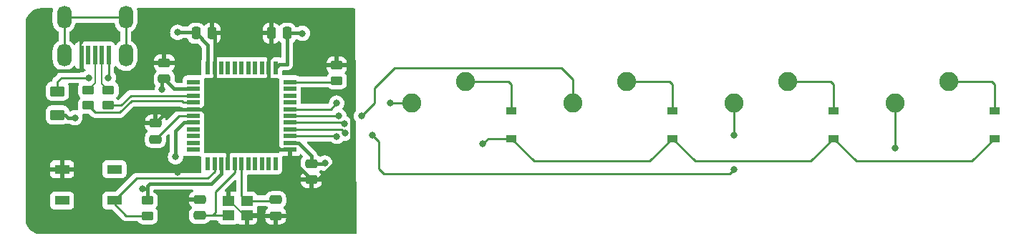
<source format=gbr>
%TF.GenerationSoftware,KiCad,Pcbnew,(6.0.6)*%
%TF.CreationDate,2022-06-26T20:02:46-04:00*%
%TF.ProjectId,keyboard,6b657962-6f61-4726-942e-6b696361645f,rev?*%
%TF.SameCoordinates,Original*%
%TF.FileFunction,Copper,L1,Top*%
%TF.FilePolarity,Positive*%
%FSLAX46Y46*%
G04 Gerber Fmt 4.6, Leading zero omitted, Abs format (unit mm)*
G04 Created by KiCad (PCBNEW (6.0.6)) date 2022-06-26 20:02:46*
%MOMM*%
%LPD*%
G01*
G04 APERTURE LIST*
G04 Aperture macros list*
%AMRoundRect*
0 Rectangle with rounded corners*
0 $1 Rounding radius*
0 $2 $3 $4 $5 $6 $7 $8 $9 X,Y pos of 4 corners*
0 Add a 4 corners polygon primitive as box body*
4,1,4,$2,$3,$4,$5,$6,$7,$8,$9,$2,$3,0*
0 Add four circle primitives for the rounded corners*
1,1,$1+$1,$2,$3*
1,1,$1+$1,$4,$5*
1,1,$1+$1,$6,$7*
1,1,$1+$1,$8,$9*
0 Add four rect primitives between the rounded corners*
20,1,$1+$1,$2,$3,$4,$5,0*
20,1,$1+$1,$4,$5,$6,$7,0*
20,1,$1+$1,$6,$7,$8,$9,0*
20,1,$1+$1,$8,$9,$2,$3,0*%
G04 Aperture macros list end*
%TA.AperFunction,SMDPad,CuDef*%
%ADD10RoundRect,0.250000X-0.475000X0.250000X-0.475000X-0.250000X0.475000X-0.250000X0.475000X0.250000X0*%
%TD*%
%TA.AperFunction,SMDPad,CuDef*%
%ADD11R,1.800000X1.100000*%
%TD*%
%TA.AperFunction,SMDPad,CuDef*%
%ADD12R,1.200000X0.900000*%
%TD*%
%TA.AperFunction,SMDPad,CuDef*%
%ADD13RoundRect,0.250000X-0.450000X0.262500X-0.450000X-0.262500X0.450000X-0.262500X0.450000X0.262500X0*%
%TD*%
%TA.AperFunction,SMDPad,CuDef*%
%ADD14RoundRect,0.250000X-0.250000X-0.475000X0.250000X-0.475000X0.250000X0.475000X-0.250000X0.475000X0*%
%TD*%
%TA.AperFunction,ComponentPad*%
%ADD15C,2.250000*%
%TD*%
%TA.AperFunction,SMDPad,CuDef*%
%ADD16RoundRect,0.250000X0.475000X-0.250000X0.475000X0.250000X-0.475000X0.250000X-0.475000X-0.250000X0*%
%TD*%
%TA.AperFunction,SMDPad,CuDef*%
%ADD17RoundRect,0.250000X-0.625000X0.375000X-0.625000X-0.375000X0.625000X-0.375000X0.625000X0.375000X0*%
%TD*%
%TA.AperFunction,SMDPad,CuDef*%
%ADD18R,1.500000X0.550000*%
%TD*%
%TA.AperFunction,SMDPad,CuDef*%
%ADD19R,0.550000X1.500000*%
%TD*%
%TA.AperFunction,SMDPad,CuDef*%
%ADD20RoundRect,0.250000X0.250000X0.475000X-0.250000X0.475000X-0.250000X-0.475000X0.250000X-0.475000X0*%
%TD*%
%TA.AperFunction,SMDPad,CuDef*%
%ADD21R,0.500000X2.250000*%
%TD*%
%TA.AperFunction,ComponentPad*%
%ADD22O,1.700000X2.700000*%
%TD*%
%TA.AperFunction,SMDPad,CuDef*%
%ADD23R,1.400000X1.200000*%
%TD*%
%TA.AperFunction,SMDPad,CuDef*%
%ADD24RoundRect,0.250000X0.450000X-0.262500X0.450000X0.262500X-0.450000X0.262500X-0.450000X-0.262500X0*%
%TD*%
%TA.AperFunction,ViaPad*%
%ADD25C,0.800000*%
%TD*%
%TA.AperFunction,Conductor*%
%ADD26C,0.381000*%
%TD*%
%TA.AperFunction,Conductor*%
%ADD27C,0.203200*%
%TD*%
%TA.AperFunction,Conductor*%
%ADD28C,0.250000*%
%TD*%
%TA.AperFunction,Conductor*%
%ADD29C,0.200000*%
%TD*%
G04 APERTURE END LIST*
D10*
%TO.P,C5,1*%
%TO.N,+5V*%
X73215000Y-93523000D03*
%TO.P,C5,2*%
%TO.N,GND*%
X73215000Y-95423000D03*
%TD*%
D11*
%TO.P,SW1,1,1*%
%TO.N,GND*%
X43731250Y-94193750D03*
%TO.P,SW1,2,2*%
%TO.N,Net-(R1-Pad2)*%
X49931250Y-97893750D03*
%TO.P,SW1,3*%
%TO.N,N/C*%
X43731250Y-97893750D03*
%TO.P,SW1,4*%
X49931250Y-94193750D03*
%TD*%
D12*
%TO.P,D4,1,K*%
%TO.N,ROW0*%
X153987500Y-90550000D03*
%TO.P,D4,2,A*%
%TO.N,Net-(D4-Pad2)*%
X153987500Y-87250000D03*
%TD*%
D13*
%TO.P,R3,1*%
%TO.N,D-*%
X49212500Y-84812500D03*
%TO.P,R3,2*%
%TO.N,Net-(R3-Pad2)*%
X49212500Y-86637500D03*
%TD*%
D14*
%TO.P,C7,1*%
%TO.N,+5V*%
X59565000Y-78090000D03*
%TO.P,C7,2*%
%TO.N,GND*%
X61465000Y-78090000D03*
%TD*%
D12*
%TO.P,D2,1,K*%
%TO.N,ROW0*%
X115887500Y-90550000D03*
%TO.P,D2,2,A*%
%TO.N,Net-(D2-Pad2)*%
X115887500Y-87250000D03*
%TD*%
D15*
%TO.P,MX4,1,COL*%
%TO.N,COL3*%
X142240000Y-86360000D03*
%TO.P,MX4,2,ROW*%
%TO.N,Net-(D4-Pad2)*%
X148590000Y-83820000D03*
%TD*%
D16*
%TO.P,C1,1*%
%TO.N,GND*%
X68986400Y-99705200D03*
%TO.P,C1,2*%
%TO.N,Net-(C1-Pad2)*%
X68986400Y-97805200D03*
%TD*%
D12*
%TO.P,D3,1,K*%
%TO.N,ROW0*%
X134937500Y-90550000D03*
%TO.P,D3,2,A*%
%TO.N,Net-(D3-Pad2)*%
X134937500Y-87250000D03*
%TD*%
D16*
%TO.P,C3,1*%
%TO.N,Net-(C3-Pad1)*%
X54768750Y-90643750D03*
%TO.P,C3,2*%
%TO.N,GND*%
X54768750Y-88743750D03*
%TD*%
D15*
%TO.P,MX3,1,COL*%
%TO.N,COL2*%
X123190000Y-86360000D03*
%TO.P,MX3,2,ROW*%
%TO.N,Net-(D3-Pad2)*%
X129540000Y-83820000D03*
%TD*%
%TO.P,MX2,1,COL*%
%TO.N,COL1*%
X104140000Y-86360000D03*
%TO.P,MX2,2,ROW*%
%TO.N,Net-(D2-Pad2)*%
X110490000Y-83820000D03*
%TD*%
D17*
%TO.P,F1,1*%
%TO.N,VCC*%
X43180000Y-84960000D03*
%TO.P,F1,2*%
%TO.N,+5V*%
X43180000Y-87760000D03*
%TD*%
D13*
%TO.P,R1,1*%
%TO.N,+5V*%
X53848000Y-97893500D03*
%TO.P,R1,2*%
%TO.N,Net-(R1-Pad2)*%
X53848000Y-99718500D03*
%TD*%
D16*
%TO.P,C4,1*%
%TO.N,+5V*%
X55816000Y-83500000D03*
%TO.P,C4,2*%
%TO.N,GND*%
X55816000Y-81600000D03*
%TD*%
D18*
%TO.P,U1,1,PE6*%
%TO.N,unconnected-(U1-Pad1)*%
X59260000Y-83869000D03*
%TO.P,U1,2,UVCC*%
%TO.N,+5V*%
X59260000Y-84669000D03*
%TO.P,U1,3,D-*%
%TO.N,Net-(R3-Pad2)*%
X59260000Y-85469000D03*
%TO.P,U1,4,D+*%
%TO.N,Net-(R2-Pad2)*%
X59260000Y-86269000D03*
%TO.P,U1,5,UGND*%
%TO.N,GND*%
X59260000Y-87069000D03*
%TO.P,U1,6,UCAP*%
%TO.N,Net-(C3-Pad1)*%
X59260000Y-87869000D03*
%TO.P,U1,7,VBUS*%
%TO.N,+5V*%
X59260000Y-88669000D03*
%TO.P,U1,8,PB0*%
%TO.N,unconnected-(U1-Pad8)*%
X59260000Y-89469000D03*
%TO.P,U1,9,PB1*%
%TO.N,unconnected-(U1-Pad9)*%
X59260000Y-90269000D03*
%TO.P,U1,10,PB2*%
%TO.N,unconnected-(U1-Pad10)*%
X59260000Y-91069000D03*
%TO.P,U1,11,PB3*%
%TO.N,unconnected-(U1-Pad11)*%
X59260000Y-91869000D03*
D19*
%TO.P,U1,12,PB7*%
%TO.N,unconnected-(U1-Pad12)*%
X60960000Y-93569000D03*
%TO.P,U1,13,~{RESET}*%
%TO.N,Net-(R1-Pad2)*%
X61760000Y-93569000D03*
%TO.P,U1,14,VCC*%
%TO.N,+5V*%
X62560000Y-93569000D03*
%TO.P,U1,15,GND*%
%TO.N,GND*%
X63360000Y-93569000D03*
%TO.P,U1,16,XTAL2*%
%TO.N,Net-(C2-Pad2)*%
X64160000Y-93569000D03*
%TO.P,U1,17,XTAL1*%
%TO.N,Net-(C1-Pad2)*%
X64960000Y-93569000D03*
%TO.P,U1,18,PD0*%
%TO.N,unconnected-(U1-Pad18)*%
X65760000Y-93569000D03*
%TO.P,U1,19,PD1*%
%TO.N,unconnected-(U1-Pad19)*%
X66560000Y-93569000D03*
%TO.P,U1,20,PD2*%
%TO.N,unconnected-(U1-Pad20)*%
X67360000Y-93569000D03*
%TO.P,U1,21,PD3*%
%TO.N,unconnected-(U1-Pad21)*%
X68160000Y-93569000D03*
%TO.P,U1,22,PD5*%
%TO.N,unconnected-(U1-Pad22)*%
X68960000Y-93569000D03*
D18*
%TO.P,U1,23,GND*%
%TO.N,GND*%
X70660000Y-91869000D03*
%TO.P,U1,24,AVCC*%
%TO.N,+5V*%
X70660000Y-91069000D03*
%TO.P,U1,25,PD4*%
%TO.N,ROW0*%
X70660000Y-90269000D03*
%TO.P,U1,26,PD6*%
%TO.N,COL3*%
X70660000Y-89469000D03*
%TO.P,U1,27,PD7*%
%TO.N,COL2*%
X70660000Y-88669000D03*
%TO.P,U1,28,PB4*%
%TO.N,COL1*%
X70660000Y-87869000D03*
%TO.P,U1,29,PB5*%
%TO.N,COL0*%
X70660000Y-87069000D03*
%TO.P,U1,30,PB6*%
%TO.N,unconnected-(U1-Pad30)*%
X70660000Y-86269000D03*
%TO.P,U1,31,PC6*%
%TO.N,unconnected-(U1-Pad31)*%
X70660000Y-85469000D03*
%TO.P,U1,32,PC7*%
%TO.N,unconnected-(U1-Pad32)*%
X70660000Y-84669000D03*
%TO.P,U1,33,~{HWB}/PE2*%
%TO.N,Net-(R4-Pad1)*%
X70660000Y-83869000D03*
D19*
%TO.P,U1,34,VCC*%
%TO.N,+5V*%
X68960000Y-82169000D03*
%TO.P,U1,35,GND*%
%TO.N,GND*%
X68160000Y-82169000D03*
%TO.P,U1,36,PF7*%
%TO.N,unconnected-(U1-Pad36)*%
X67360000Y-82169000D03*
%TO.P,U1,37,PF6*%
%TO.N,unconnected-(U1-Pad37)*%
X66560000Y-82169000D03*
%TO.P,U1,38,PF5*%
%TO.N,unconnected-(U1-Pad38)*%
X65760000Y-82169000D03*
%TO.P,U1,39,PF4*%
%TO.N,unconnected-(U1-Pad39)*%
X64960000Y-82169000D03*
%TO.P,U1,40,PF1*%
%TO.N,unconnected-(U1-Pad40)*%
X64160000Y-82169000D03*
%TO.P,U1,41,PF0*%
%TO.N,unconnected-(U1-Pad41)*%
X63360000Y-82169000D03*
%TO.P,U1,42,AREF*%
%TO.N,unconnected-(U1-Pad42)*%
X62560000Y-82169000D03*
%TO.P,U1,43,GND*%
%TO.N,GND*%
X61760000Y-82169000D03*
%TO.P,U1,44,AVCC*%
%TO.N,+5V*%
X60960000Y-82169000D03*
%TD*%
D20*
%TO.P,C6,1*%
%TO.N,+5V*%
X70355000Y-78090000D03*
%TO.P,C6,2*%
%TO.N,GND*%
X68455000Y-78090000D03*
%TD*%
D21*
%TO.P,USB1,1,GND*%
%TO.N,GND*%
X46025000Y-80700000D03*
%TO.P,USB1,2,ID*%
%TO.N,unconnected-(USB1-Pad2)*%
X46825000Y-80700000D03*
%TO.P,USB1,3,D+*%
%TO.N,D+*%
X47625000Y-80700000D03*
%TO.P,USB1,4,D-*%
%TO.N,D-*%
X48425000Y-80700000D03*
%TO.P,USB1,5,VBUS*%
%TO.N,VCC*%
X49225000Y-80700000D03*
D22*
%TO.P,USB1,6,SHIELD*%
%TO.N,unconnected-(USB1-Pad6)*%
X43975000Y-76200000D03*
X51275000Y-76200000D03*
X51275000Y-80700000D03*
X43975000Y-80700000D03*
%TD*%
D12*
%TO.P,D1,1,K*%
%TO.N,ROW0*%
X96837500Y-90550000D03*
%TO.P,D1,2,A*%
%TO.N,Net-(D1-Pad2)*%
X96837500Y-87250000D03*
%TD*%
D10*
%TO.P,C2,1*%
%TO.N,GND*%
X59994800Y-97754400D03*
%TO.P,C2,2*%
%TO.N,Net-(C2-Pad2)*%
X59994800Y-99654400D03*
%TD*%
D15*
%TO.P,MX1,1,COL*%
%TO.N,COL0*%
X85090000Y-86360000D03*
%TO.P,MX1,2,ROW*%
%TO.N,Net-(D1-Pad2)*%
X91440000Y-83820000D03*
%TD*%
D23*
%TO.P,Y1,1,1*%
%TO.N,Net-(C1-Pad2)*%
X65583750Y-97941000D03*
%TO.P,Y1,2,2*%
%TO.N,GND*%
X63383750Y-97941000D03*
%TO.P,Y1,3,3*%
%TO.N,Net-(C2-Pad2)*%
X63383750Y-99641000D03*
%TO.P,Y1,4,4*%
%TO.N,GND*%
X65583750Y-99641000D03*
%TD*%
D13*
%TO.P,R2,1*%
%TO.N,D+*%
X46831250Y-84812500D03*
%TO.P,R2,2*%
%TO.N,Net-(R2-Pad2)*%
X46831250Y-86637500D03*
%TD*%
D24*
%TO.P,R4,1*%
%TO.N,Net-(R4-Pad1)*%
X76200000Y-83716500D03*
%TO.P,R4,2*%
%TO.N,GND*%
X76200000Y-81891500D03*
%TD*%
D25*
%TO.N,GND*%
X58293000Y-97790000D03*
X57404000Y-94525500D03*
%TO.N,+5V*%
X57404000Y-77978000D03*
X55562500Y-84744500D03*
X57150000Y-92710000D03*
X72136000Y-78105000D03*
X74803000Y-93472000D03*
X45243750Y-88106250D03*
X53213000Y-96520000D03*
%TO.N,ROW0*%
X76200000Y-90297000D03*
X93472000Y-91186000D03*
%TO.N,VCC*%
X46925500Y-83343750D03*
X49212500Y-83343750D03*
%TO.N,COL0*%
X76200000Y-86360000D03*
X82550000Y-86360000D03*
%TO.N,COL1*%
X76454000Y-87884000D03*
X79121000Y-87884000D03*
%TO.N,COL2*%
X80391000Y-90170000D03*
X123190000Y-90170000D03*
X77089000Y-88773000D03*
X123190000Y-94234000D03*
%TO.N,COL3*%
X77188000Y-89916000D03*
X142240000Y-91694000D03*
%TD*%
D26*
%TO.N,GND*%
X59959200Y-97790000D02*
X59994800Y-97754400D01*
X73215000Y-95423000D02*
X73969936Y-95423000D01*
X46025000Y-82206000D02*
X45681000Y-82550000D01*
X45681000Y-82550000D02*
X42068750Y-82550000D01*
X73215000Y-97600000D02*
X73215000Y-95423000D01*
D27*
X63586950Y-97941000D02*
X65286950Y-99641000D01*
D26*
X68160000Y-82169000D02*
X68160000Y-83300000D01*
X77978000Y-91414936D02*
X77978000Y-82423000D01*
X44450000Y-90487500D02*
X43731250Y-91206250D01*
X56769000Y-93853000D02*
X57404000Y-94488000D01*
X61760000Y-85306000D02*
X61760000Y-85575000D01*
X66154000Y-85306000D02*
X61760000Y-85306000D01*
X56443500Y-87069000D02*
X59260000Y-87069000D01*
X61760000Y-85575000D02*
X60266000Y-87069000D01*
X50702250Y-88743750D02*
X52197000Y-90238500D01*
X68516000Y-99741000D02*
X65683750Y-99741000D01*
X46025000Y-80700000D02*
X46025000Y-82206000D01*
X65202750Y-99641000D02*
X65583750Y-99641000D01*
X70660000Y-91869000D02*
X69529000Y-91869000D01*
X61465000Y-78090000D02*
X61760000Y-78385000D01*
X63383750Y-97941000D02*
X63809750Y-97941000D01*
X54768750Y-88743750D02*
X56443500Y-87069000D01*
X41275000Y-88900000D02*
X42862500Y-90487500D01*
X55816000Y-81600000D02*
X55816000Y-76740250D01*
X53340000Y-93853000D02*
X56769000Y-93853000D01*
X68516000Y-99741000D02*
X71074000Y-99741000D01*
X55816000Y-76740250D02*
X56356250Y-76200000D01*
X68160000Y-81163000D02*
X68160000Y-82169000D01*
X73969936Y-95423000D02*
X77978000Y-91414936D01*
X68455000Y-78090000D02*
X68455000Y-80868000D01*
X46193750Y-88743750D02*
X44450000Y-90487500D01*
X65683750Y-99741000D02*
X65583750Y-99641000D01*
X77978000Y-82423000D02*
X77446500Y-81891500D01*
X58293000Y-97790000D02*
X59959200Y-97790000D01*
X61760000Y-78385000D02*
X61760000Y-82169000D01*
D27*
X65286950Y-99641000D02*
X65583750Y-99641000D01*
D26*
X52197000Y-90238500D02*
X52197000Y-92710000D01*
X61118750Y-76200000D02*
X61465000Y-76546250D01*
X60266000Y-87069000D02*
X59260000Y-87069000D01*
X50702250Y-88743750D02*
X46193750Y-88743750D01*
X52197000Y-92710000D02*
X53340000Y-93853000D01*
X68455000Y-80868000D02*
X68311500Y-81011500D01*
X73215000Y-95423000D02*
X70660000Y-92868000D01*
X77446500Y-81891500D02*
X76200000Y-81891500D01*
X71074000Y-99741000D02*
X73215000Y-97600000D01*
X56356250Y-76200000D02*
X61118750Y-76200000D01*
X61760000Y-82169000D02*
X61760000Y-85306000D01*
X61465000Y-76546250D02*
X61465000Y-78090000D01*
X54768750Y-88743750D02*
X50702250Y-88743750D01*
X68311500Y-81011500D02*
X68160000Y-81163000D01*
X68160000Y-83300000D02*
X66154000Y-85306000D01*
X63360000Y-90163000D02*
X60266000Y-87069000D01*
X69529000Y-91869000D02*
X66154000Y-88494000D01*
X42862500Y-90487500D02*
X44450000Y-90487500D01*
X70660000Y-92868000D02*
X70660000Y-91869000D01*
X57404000Y-94488000D02*
X57404000Y-94525500D01*
X41275000Y-83343750D02*
X41275000Y-88900000D01*
X63360000Y-93569000D02*
X63360000Y-90163000D01*
X42068750Y-82550000D02*
X41275000Y-83343750D01*
X66154000Y-88494000D02*
X66154000Y-85306000D01*
X43731250Y-91206250D02*
X43731250Y-94193750D01*
D28*
%TO.N,Net-(C1-Pad2)*%
X68416000Y-97941000D02*
X68516000Y-97841000D01*
X64960000Y-97317250D02*
X64960000Y-93569000D01*
X65583750Y-97941000D02*
X68416000Y-97941000D01*
X65583750Y-97941000D02*
X64960000Y-97317250D01*
%TO.N,Net-(C2-Pad2)*%
X60008200Y-99641000D02*
X59994800Y-99654400D01*
X64160000Y-93569000D02*
X64160000Y-94569000D01*
X63383750Y-99641000D02*
X61541000Y-99641000D01*
X61912500Y-96816500D02*
X61912500Y-99269500D01*
X64160000Y-94569000D02*
X61912500Y-96816500D01*
X61541000Y-99641000D02*
X60008200Y-99641000D01*
X61912500Y-99269500D02*
X61541000Y-99641000D01*
%TO.N,Net-(C3-Pad1)*%
X54768750Y-90643750D02*
X57543500Y-87869000D01*
X57543500Y-87869000D02*
X59260000Y-87869000D01*
D26*
%TO.N,+5V*%
X70355000Y-78090000D02*
X72121000Y-78090000D01*
X59260000Y-88669000D02*
X58129000Y-88669000D01*
X71666000Y-91069000D02*
X70660000Y-91069000D01*
X73215000Y-92618000D02*
X71666000Y-91069000D01*
X44450000Y-88106250D02*
X45243750Y-88106250D01*
X60960000Y-79485000D02*
X60960000Y-82169000D01*
X57404000Y-77978000D02*
X59453000Y-77978000D01*
X62560000Y-93569000D02*
X62560000Y-94700000D01*
X55816000Y-83500000D02*
X56985000Y-84669000D01*
X55562500Y-83753500D02*
X55816000Y-83500000D01*
X69372750Y-81756250D02*
X68960000Y-82169000D01*
X58129000Y-88669000D02*
X57150000Y-89648000D01*
X55562500Y-84744500D02*
X55562500Y-83753500D01*
X44103750Y-87760000D02*
X44450000Y-88106250D01*
X57150000Y-89648000D02*
X57150000Y-92710000D01*
X74752000Y-93523000D02*
X74803000Y-93472000D01*
X70326250Y-81756250D02*
X69372750Y-81756250D01*
X43180000Y-87760000D02*
X44103750Y-87760000D01*
X56985000Y-84669000D02*
X59260000Y-84669000D01*
X53848000Y-96520000D02*
X53213000Y-96520000D01*
X59565000Y-78090000D02*
X60960000Y-79485000D01*
X61375000Y-95885000D02*
X54102000Y-95885000D01*
X53848000Y-96139000D02*
X53848000Y-96520000D01*
X72121000Y-78090000D02*
X72136000Y-78105000D01*
X54102000Y-95885000D02*
X53848000Y-96139000D01*
X53848000Y-96520000D02*
X53848000Y-97893500D01*
X59453000Y-77978000D02*
X59565000Y-78090000D01*
X70355000Y-81727500D02*
X70326250Y-81756250D01*
X62560000Y-94700000D02*
X61375000Y-95885000D01*
X73215000Y-93523000D02*
X74752000Y-93523000D01*
X73215000Y-93523000D02*
X73215000Y-92618000D01*
X70355000Y-78090000D02*
X70355000Y-81727500D01*
D28*
%TO.N,ROW0*%
X132256138Y-93231362D02*
X118568862Y-93231362D01*
X113206138Y-93231362D02*
X99518862Y-93231362D01*
X151306138Y-93231362D02*
X137618862Y-93231362D01*
X118568862Y-93231362D02*
X115887500Y-90550000D01*
X99518862Y-93231362D02*
X96837500Y-90550000D01*
X115887500Y-90550000D02*
X113206138Y-93231362D01*
X137618862Y-93231362D02*
X134937500Y-90550000D01*
X93472000Y-91186000D02*
X94108000Y-90550000D01*
X134937500Y-90550000D02*
X132256138Y-93231362D01*
X76172000Y-90269000D02*
X76200000Y-90297000D01*
X153987500Y-90550000D02*
X151306138Y-93231362D01*
X94108000Y-90550000D02*
X96837500Y-90550000D01*
X70660000Y-90269000D02*
X76172000Y-90269000D01*
%TO.N,Net-(D1-Pad2)*%
X96837500Y-84137500D02*
X96837500Y-87250000D01*
X96520000Y-83820000D02*
X96837500Y-84137500D01*
X91440000Y-83820000D02*
X96520000Y-83820000D01*
%TO.N,Net-(D2-Pad2)*%
X110490000Y-83820000D02*
X115570000Y-83820000D01*
X115570000Y-83820000D02*
X115887500Y-84137500D01*
X115887500Y-84137500D02*
X115887500Y-87250000D01*
%TO.N,Net-(D3-Pad2)*%
X134620000Y-83820000D02*
X134937500Y-84137500D01*
X129540000Y-83820000D02*
X134620000Y-83820000D01*
X134937500Y-84137500D02*
X134937500Y-87250000D01*
%TO.N,Net-(D4-Pad2)*%
X153987500Y-84137500D02*
X153987500Y-87250000D01*
X153670000Y-83820000D02*
X153987500Y-84137500D01*
X148590000Y-83820000D02*
X153670000Y-83820000D01*
%TO.N,VCC*%
X49225000Y-83331250D02*
X49225000Y-80700000D01*
X43180000Y-84960000D02*
X43180000Y-83820000D01*
X43656250Y-83343750D02*
X46925500Y-83343750D01*
X43180000Y-83820000D02*
X43656250Y-83343750D01*
X49212500Y-83343750D02*
X49225000Y-83331250D01*
%TO.N,COL0*%
X75491000Y-87069000D02*
X76200000Y-86360000D01*
X82550000Y-86360000D02*
X85090000Y-86360000D01*
X70660000Y-87069000D02*
X75491000Y-87069000D01*
%TO.N,COL1*%
X70660000Y-87869000D02*
X76439000Y-87869000D01*
X80645000Y-84582000D02*
X83058000Y-82169000D01*
X104140000Y-83566000D02*
X104140000Y-86360000D01*
X102743000Y-82169000D02*
X104140000Y-83566000D01*
X76439000Y-87869000D02*
X76454000Y-87884000D01*
X79121000Y-87884000D02*
X80645000Y-86360000D01*
X83058000Y-82169000D02*
X102743000Y-82169000D01*
X80645000Y-86360000D02*
X80645000Y-84582000D01*
%TO.N,COL2*%
X76985000Y-88669000D02*
X77089000Y-88773000D01*
X82677000Y-94742000D02*
X122682000Y-94742000D01*
X80391000Y-90170000D02*
X81153000Y-90932000D01*
X122682000Y-94742000D02*
X123190000Y-94234000D01*
X81153000Y-94107000D02*
X81788000Y-94742000D01*
X81153000Y-90932000D02*
X81153000Y-94107000D01*
X70660000Y-88669000D02*
X76985000Y-88669000D01*
X81788000Y-94742000D02*
X82677000Y-94742000D01*
X123190000Y-90170000D02*
X123190000Y-86360000D01*
%TO.N,COL3*%
X142240000Y-91694000D02*
X142240000Y-86360000D01*
X70660000Y-89469000D02*
X76741000Y-89469000D01*
X76741000Y-89469000D02*
X77188000Y-89916000D01*
%TO.N,Net-(R1-Pad2)*%
X51331500Y-99718500D02*
X53848000Y-99718500D01*
X49931250Y-98318250D02*
X51331500Y-99718500D01*
X60954000Y-95250000D02*
X61760000Y-94444000D01*
X61760000Y-94444000D02*
X61760000Y-93569000D01*
X52575000Y-95250000D02*
X60954000Y-95250000D01*
X49931250Y-97893750D02*
X49931250Y-98318250D01*
X49931250Y-97893750D02*
X52575000Y-95250000D01*
D29*
%TO.N,D+*%
X47625000Y-84018750D02*
X46831250Y-84812500D01*
X47625000Y-80700000D02*
X47625000Y-84018750D01*
D28*
%TO.N,Net-(R2-Pad2)*%
X51943000Y-86106000D02*
X57912000Y-86106000D01*
X58075000Y-86269000D02*
X59260000Y-86269000D01*
X46831250Y-86637500D02*
X47668750Y-87475000D01*
X47668750Y-87475000D02*
X50574000Y-87475000D01*
X50574000Y-87475000D02*
X51943000Y-86106000D01*
X57912000Y-86106000D02*
X58075000Y-86269000D01*
D29*
%TO.N,D-*%
X48425000Y-80700000D02*
X48425000Y-84025000D01*
X48425000Y-84025000D02*
X49212500Y-84812500D01*
D28*
%TO.N,Net-(R3-Pad2)*%
X49212500Y-86637500D02*
X50681250Y-86637500D01*
X51849750Y-85469000D02*
X59260000Y-85469000D01*
X50681250Y-86637500D02*
X51849750Y-85469000D01*
%TO.N,Net-(R4-Pad1)*%
X76047500Y-83869000D02*
X70660000Y-83869000D01*
X76200000Y-83716500D02*
X76047500Y-83869000D01*
%TO.N,unconnected-(USB1-Pad6)*%
X51275000Y-76200000D02*
X51275000Y-80700000D01*
X51275000Y-76200000D02*
X43975000Y-76200000D01*
X43975000Y-80700000D02*
X43975000Y-76200000D01*
%TD*%
%TA.AperFunction,Conductor*%
%TO.N,GND*%
G36*
X42628249Y-75141002D02*
G01*
X42674742Y-75194658D01*
X42684846Y-75264932D01*
X42678568Y-75289986D01*
X42658663Y-75344825D01*
X42657714Y-75350074D01*
X42657713Y-75350077D01*
X42618377Y-75567608D01*
X42618376Y-75567615D01*
X42617639Y-75571692D01*
X42616500Y-75595844D01*
X42616500Y-76757890D01*
X42616725Y-76760539D01*
X42630305Y-76920581D01*
X42631080Y-76929720D01*
X42632418Y-76934875D01*
X42632419Y-76934881D01*
X42687525Y-77147193D01*
X42688999Y-77152872D01*
X42691191Y-77157738D01*
X42691192Y-77157741D01*
X42734975Y-77254936D01*
X42783688Y-77363075D01*
X42912441Y-77554319D01*
X42916120Y-77558176D01*
X42916122Y-77558178D01*
X42982287Y-77627536D01*
X43071576Y-77721135D01*
X43256542Y-77858754D01*
X43261294Y-77861170D01*
X43261302Y-77861175D01*
X43272606Y-77866922D01*
X43324263Y-77915625D01*
X43341500Y-77979238D01*
X43341500Y-78924404D01*
X43321498Y-78992525D01*
X43280867Y-79032122D01*
X43171683Y-79098377D01*
X43167653Y-79101874D01*
X43032359Y-79219276D01*
X42997555Y-79249477D01*
X42994169Y-79253607D01*
X42994168Y-79253608D01*
X42854760Y-79423627D01*
X42854756Y-79423633D01*
X42851376Y-79427755D01*
X42737325Y-79628114D01*
X42658663Y-79844825D01*
X42657714Y-79850074D01*
X42657713Y-79850077D01*
X42618377Y-80067608D01*
X42618376Y-80067615D01*
X42617639Y-80071692D01*
X42616500Y-80095844D01*
X42616500Y-81257890D01*
X42620094Y-81300243D01*
X42623597Y-81341525D01*
X42631080Y-81429720D01*
X42632418Y-81434875D01*
X42632419Y-81434881D01*
X42684575Y-81635829D01*
X42688999Y-81652872D01*
X42691191Y-81657738D01*
X42691192Y-81657741D01*
X42713275Y-81706763D01*
X42783688Y-81863075D01*
X42912441Y-82054319D01*
X42916120Y-82058176D01*
X42916122Y-82058178D01*
X42948635Y-82092260D01*
X43071576Y-82221135D01*
X43075854Y-82224318D01*
X43136965Y-82269786D01*
X43256542Y-82358754D01*
X43261293Y-82361170D01*
X43261297Y-82361172D01*
X43287148Y-82374315D01*
X43462051Y-82463240D01*
X43517276Y-82480388D01*
X43576398Y-82519689D01*
X43604889Y-82584718D01*
X43593699Y-82654828D01*
X43546382Y-82707758D01*
X43511246Y-82722760D01*
X43505317Y-82724282D01*
X43497453Y-82725276D01*
X43490083Y-82728194D01*
X43490079Y-82728195D01*
X43456347Y-82741550D01*
X43445119Y-82745395D01*
X43402657Y-82757732D01*
X43395835Y-82761766D01*
X43395829Y-82761769D01*
X43385218Y-82768044D01*
X43367468Y-82776740D01*
X43356006Y-82781278D01*
X43356001Y-82781281D01*
X43348633Y-82784198D01*
X43342218Y-82788859D01*
X43312875Y-82810177D01*
X43302957Y-82816693D01*
X43284269Y-82827745D01*
X43264887Y-82839208D01*
X43250563Y-82853532D01*
X43235531Y-82866371D01*
X43219143Y-82878278D01*
X43190962Y-82912343D01*
X43182972Y-82921123D01*
X42787747Y-83316348D01*
X42779461Y-83323888D01*
X42772982Y-83328000D01*
X42767557Y-83333777D01*
X42726357Y-83377651D01*
X42723602Y-83380493D01*
X42703865Y-83400230D01*
X42701385Y-83403427D01*
X42693682Y-83412447D01*
X42663414Y-83444679D01*
X42659595Y-83451625D01*
X42659593Y-83451628D01*
X42653652Y-83462434D01*
X42642801Y-83478953D01*
X42630386Y-83494959D01*
X42627241Y-83502228D01*
X42627238Y-83502232D01*
X42612826Y-83535537D01*
X42607609Y-83546187D01*
X42586305Y-83584940D01*
X42584334Y-83592615D01*
X42584334Y-83592616D01*
X42581267Y-83604562D01*
X42574863Y-83623266D01*
X42566819Y-83641855D01*
X42565580Y-83649678D01*
X42565577Y-83649688D01*
X42559901Y-83685524D01*
X42557495Y-83697145D01*
X42546631Y-83739459D01*
X42510317Y-83800465D01*
X42446785Y-83832155D01*
X42437594Y-83833452D01*
X42405692Y-83836762D01*
X42405688Y-83836763D01*
X42398834Y-83837474D01*
X42392298Y-83839655D01*
X42392296Y-83839655D01*
X42260194Y-83883728D01*
X42231054Y-83893450D01*
X42080652Y-83986522D01*
X41955695Y-84111697D01*
X41951855Y-84117927D01*
X41951854Y-84117928D01*
X41886256Y-84224348D01*
X41862885Y-84262262D01*
X41847725Y-84307968D01*
X41816544Y-84401978D01*
X41807203Y-84430139D01*
X41806503Y-84436975D01*
X41806502Y-84436978D01*
X41804932Y-84452303D01*
X41796500Y-84534600D01*
X41796500Y-85385400D01*
X41796837Y-85388646D01*
X41796837Y-85388650D01*
X41804486Y-85462366D01*
X41807474Y-85491166D01*
X41809655Y-85497702D01*
X41809655Y-85497704D01*
X41824807Y-85543120D01*
X41863450Y-85658946D01*
X41956522Y-85809348D01*
X42081697Y-85934305D01*
X42087927Y-85938145D01*
X42087928Y-85938146D01*
X42225090Y-86022694D01*
X42232262Y-86027115D01*
X42304436Y-86051054D01*
X42393611Y-86080632D01*
X42393613Y-86080632D01*
X42400139Y-86082797D01*
X42406975Y-86083497D01*
X42406978Y-86083498D01*
X42450031Y-86087909D01*
X42504600Y-86093500D01*
X43855400Y-86093500D01*
X43858646Y-86093163D01*
X43858650Y-86093163D01*
X43954308Y-86083238D01*
X43954312Y-86083237D01*
X43961166Y-86082526D01*
X43967702Y-86080345D01*
X43967704Y-86080345D01*
X44099806Y-86036272D01*
X44128946Y-86026550D01*
X44279348Y-85933478D01*
X44404305Y-85808303D01*
X44428602Y-85768886D01*
X44493275Y-85663968D01*
X44493276Y-85663966D01*
X44497115Y-85657738D01*
X44535132Y-85543120D01*
X44550632Y-85496389D01*
X44550632Y-85496387D01*
X44552797Y-85489861D01*
X44556728Y-85451500D01*
X44561474Y-85405176D01*
X44563500Y-85385400D01*
X44563500Y-84534600D01*
X44561351Y-84513886D01*
X44553238Y-84435692D01*
X44553237Y-84435688D01*
X44552526Y-84428834D01*
X44541285Y-84395139D01*
X44498868Y-84268002D01*
X44496550Y-84261054D01*
X44492381Y-84254316D01*
X44439927Y-84169553D01*
X44421089Y-84101101D01*
X44442250Y-84033332D01*
X44496691Y-83987760D01*
X44547071Y-83977250D01*
X45617563Y-83977250D01*
X45685684Y-83997252D01*
X45732177Y-84050908D01*
X45742281Y-84121182D01*
X45724823Y-84169365D01*
X45689135Y-84227262D01*
X45633453Y-84395139D01*
X45632753Y-84401975D01*
X45632752Y-84401978D01*
X45630536Y-84423611D01*
X45622750Y-84499600D01*
X45622750Y-85125400D01*
X45633724Y-85231166D01*
X45689700Y-85398946D01*
X45782772Y-85549348D01*
X45787954Y-85554521D01*
X45869359Y-85635784D01*
X45903438Y-85698066D01*
X45898435Y-85768886D01*
X45869514Y-85813975D01*
X45868969Y-85814521D01*
X45781945Y-85901697D01*
X45778105Y-85907927D01*
X45778104Y-85907928D01*
X45703216Y-86029419D01*
X45689135Y-86052262D01*
X45686831Y-86059209D01*
X45647883Y-86176635D01*
X45633453Y-86220139D01*
X45622750Y-86324600D01*
X45622750Y-86950400D01*
X45623087Y-86953646D01*
X45623087Y-86953650D01*
X45632643Y-87045745D01*
X45633724Y-87056166D01*
X45635904Y-87062700D01*
X45635905Y-87062705D01*
X45637343Y-87067013D01*
X45639931Y-87137962D01*
X45603749Y-87199048D01*
X45540286Y-87230875D01*
X45491624Y-87230141D01*
X45345694Y-87199122D01*
X45345689Y-87199122D01*
X45339237Y-87197750D01*
X45148263Y-87197750D01*
X45141811Y-87199122D01*
X45141806Y-87199122D01*
X45054862Y-87217603D01*
X44961462Y-87237456D01*
X44955432Y-87240141D01*
X44955431Y-87240141D01*
X44793028Y-87312447D01*
X44793026Y-87312448D01*
X44786998Y-87315132D01*
X44782409Y-87318466D01*
X44713749Y-87335124D01*
X44646657Y-87311905D01*
X44630647Y-87298362D01*
X44618246Y-87285961D01*
X44612392Y-87279695D01*
X44579900Y-87242448D01*
X44579898Y-87242446D01*
X44574908Y-87236726D01*
X44571179Y-87234105D01*
X44536749Y-87181542D01*
X44498870Y-87068007D01*
X44498869Y-87068005D01*
X44496550Y-87061054D01*
X44403478Y-86910652D01*
X44396866Y-86904051D01*
X44283483Y-86790866D01*
X44278303Y-86785695D01*
X44258759Y-86773648D01*
X44133968Y-86696725D01*
X44133966Y-86696724D01*
X44127738Y-86692885D01*
X44047995Y-86666436D01*
X43966389Y-86639368D01*
X43966387Y-86639368D01*
X43959861Y-86637203D01*
X43953025Y-86636503D01*
X43953022Y-86636502D01*
X43909969Y-86632091D01*
X43855400Y-86626500D01*
X42504600Y-86626500D01*
X42501354Y-86626837D01*
X42501350Y-86626837D01*
X42405692Y-86636762D01*
X42405688Y-86636763D01*
X42398834Y-86637474D01*
X42392298Y-86639655D01*
X42392296Y-86639655D01*
X42347639Y-86654554D01*
X42231054Y-86693450D01*
X42080652Y-86786522D01*
X41955695Y-86911697D01*
X41951855Y-86917927D01*
X41951854Y-86917928D01*
X41873593Y-87044891D01*
X41862885Y-87062262D01*
X41852937Y-87092255D01*
X41813775Y-87210326D01*
X41807203Y-87230139D01*
X41806503Y-87236975D01*
X41806502Y-87236978D01*
X41805374Y-87247987D01*
X41796500Y-87334600D01*
X41796500Y-88185400D01*
X41796837Y-88188646D01*
X41796837Y-88188650D01*
X41806698Y-88283684D01*
X41807474Y-88291166D01*
X41809655Y-88297702D01*
X41809655Y-88297704D01*
X41817443Y-88321047D01*
X41863450Y-88458946D01*
X41956522Y-88609348D01*
X42081697Y-88734305D01*
X42087927Y-88738145D01*
X42087928Y-88738146D01*
X42225095Y-88822697D01*
X42232262Y-88827115D01*
X42312005Y-88853564D01*
X42393611Y-88880632D01*
X42393613Y-88880632D01*
X42400139Y-88882797D01*
X42406975Y-88883497D01*
X42406978Y-88883498D01*
X42450031Y-88887909D01*
X42504600Y-88893500D01*
X43855400Y-88893500D01*
X43858646Y-88893163D01*
X43858650Y-88893163D01*
X43954308Y-88883238D01*
X43954312Y-88883237D01*
X43961166Y-88882526D01*
X43967702Y-88880345D01*
X43967704Y-88880345D01*
X44099806Y-88836272D01*
X44128946Y-88826550D01*
X44170905Y-88800585D01*
X44239354Y-88781749D01*
X44268161Y-88785639D01*
X44274889Y-88788262D01*
X44307079Y-88792500D01*
X44337345Y-88796485D01*
X44343859Y-88797517D01*
X44398317Y-88807610D01*
X44398320Y-88807610D01*
X44405786Y-88808994D01*
X44413366Y-88808557D01*
X44413367Y-88808557D01*
X44467094Y-88805459D01*
X44474347Y-88805250D01*
X44619269Y-88805250D01*
X44687390Y-88825252D01*
X44693330Y-88829314D01*
X44781223Y-88893172D01*
X44786998Y-88897368D01*
X44793026Y-88900052D01*
X44793028Y-88900053D01*
X44955431Y-88972359D01*
X44961462Y-88975044D01*
X45041864Y-88992134D01*
X45141806Y-89013378D01*
X45141811Y-89013378D01*
X45148263Y-89014750D01*
X45339237Y-89014750D01*
X45345689Y-89013378D01*
X45345694Y-89013378D01*
X45445636Y-88992134D01*
X45526038Y-88975044D01*
X45532069Y-88972359D01*
X45694472Y-88900053D01*
X45694474Y-88900052D01*
X45700502Y-88897368D01*
X45706278Y-88893172D01*
X45794784Y-88828868D01*
X45855003Y-88785116D01*
X45860001Y-88779565D01*
X45978371Y-88648102D01*
X45978372Y-88648101D01*
X45982790Y-88643194D01*
X46078277Y-88477806D01*
X46080282Y-88471635D01*
X53535750Y-88471635D01*
X53540225Y-88486874D01*
X53541615Y-88488079D01*
X53549298Y-88489750D01*
X54496635Y-88489750D01*
X54511874Y-88485275D01*
X54513079Y-88483885D01*
X54514750Y-88476202D01*
X54514750Y-87753866D01*
X54510275Y-87738627D01*
X54508885Y-87737422D01*
X54501202Y-87735751D01*
X54246655Y-87735751D01*
X54240136Y-87736088D01*
X54144544Y-87746007D01*
X54131150Y-87748899D01*
X53976966Y-87800338D01*
X53963788Y-87806511D01*
X53825943Y-87891813D01*
X53814542Y-87900849D01*
X53700011Y-88015579D01*
X53690999Y-88026990D01*
X53605934Y-88164993D01*
X53599787Y-88178174D01*
X53548612Y-88332460D01*
X53545745Y-88345836D01*
X53536078Y-88440188D01*
X53535750Y-88446605D01*
X53535750Y-88471635D01*
X46080282Y-88471635D01*
X46137292Y-88296178D01*
X46138424Y-88285414D01*
X46156564Y-88112815D01*
X46157254Y-88106250D01*
X46148924Y-88026990D01*
X46137982Y-87922885D01*
X46137982Y-87922883D01*
X46137292Y-87916322D01*
X46103755Y-87813106D01*
X46101727Y-87742139D01*
X46138390Y-87681341D01*
X46202102Y-87650015D01*
X46236430Y-87648826D01*
X46292339Y-87654554D01*
X46330850Y-87658500D01*
X46904155Y-87658500D01*
X46972276Y-87678502D01*
X46993250Y-87695405D01*
X47165098Y-87867253D01*
X47172638Y-87875539D01*
X47176750Y-87882018D01*
X47182527Y-87887443D01*
X47226401Y-87928643D01*
X47229243Y-87931398D01*
X47248980Y-87951135D01*
X47252177Y-87953615D01*
X47261197Y-87961318D01*
X47293429Y-87991586D01*
X47300375Y-87995405D01*
X47300378Y-87995407D01*
X47311184Y-88001348D01*
X47327703Y-88012199D01*
X47343709Y-88024614D01*
X47350978Y-88027759D01*
X47350982Y-88027762D01*
X47384287Y-88042174D01*
X47394937Y-88047391D01*
X47433690Y-88068695D01*
X47441365Y-88070666D01*
X47441366Y-88070666D01*
X47453312Y-88073733D01*
X47472016Y-88080137D01*
X47472176Y-88080206D01*
X47490605Y-88088181D01*
X47498428Y-88089420D01*
X47498438Y-88089423D01*
X47534274Y-88095099D01*
X47545894Y-88097505D01*
X47577709Y-88105673D01*
X47588720Y-88108500D01*
X47608974Y-88108500D01*
X47628684Y-88110051D01*
X47648693Y-88113220D01*
X47656585Y-88112474D01*
X47675330Y-88110702D01*
X47692712Y-88109059D01*
X47704569Y-88108500D01*
X50495233Y-88108500D01*
X50506416Y-88109027D01*
X50513909Y-88110702D01*
X50521835Y-88110453D01*
X50521836Y-88110453D01*
X50581986Y-88108562D01*
X50585945Y-88108500D01*
X50613856Y-88108500D01*
X50617791Y-88108003D01*
X50617856Y-88107995D01*
X50629693Y-88107062D01*
X50661951Y-88106048D01*
X50665970Y-88105922D01*
X50673889Y-88105673D01*
X50693343Y-88100021D01*
X50712700Y-88096013D01*
X50724930Y-88094468D01*
X50724931Y-88094468D01*
X50732797Y-88093474D01*
X50740168Y-88090555D01*
X50740170Y-88090555D01*
X50773912Y-88077196D01*
X50785142Y-88073351D01*
X50819983Y-88063229D01*
X50819984Y-88063229D01*
X50827593Y-88061018D01*
X50834412Y-88056985D01*
X50834417Y-88056983D01*
X50845028Y-88050707D01*
X50862776Y-88042012D01*
X50881617Y-88034552D01*
X50892026Y-88026990D01*
X50917387Y-88008564D01*
X50927307Y-88002048D01*
X50958535Y-87983580D01*
X50958538Y-87983578D01*
X50965362Y-87979542D01*
X50979683Y-87965221D01*
X50994717Y-87952380D01*
X51004694Y-87945131D01*
X51011107Y-87940472D01*
X51039298Y-87906395D01*
X51047288Y-87897616D01*
X52168499Y-86776405D01*
X52230811Y-86742379D01*
X52257594Y-86739500D01*
X57600715Y-86739500D01*
X57668836Y-86759502D01*
X57686966Y-86773648D01*
X57693899Y-86780159D01*
X57693903Y-86780162D01*
X57699679Y-86785586D01*
X57706625Y-86789405D01*
X57706628Y-86789407D01*
X57717434Y-86795348D01*
X57733953Y-86806199D01*
X57749959Y-86818614D01*
X57757228Y-86821759D01*
X57757232Y-86821762D01*
X57790537Y-86836174D01*
X57801187Y-86841391D01*
X57839940Y-86862695D01*
X57847615Y-86864666D01*
X57847616Y-86864666D01*
X57859562Y-86867733D01*
X57878267Y-86874137D01*
X57896855Y-86882181D01*
X57904678Y-86883420D01*
X57904688Y-86883423D01*
X57940524Y-86889099D01*
X57952144Y-86891505D01*
X57985544Y-86900080D01*
X57994970Y-86902500D01*
X58015224Y-86902500D01*
X58034934Y-86904051D01*
X58054943Y-86907220D01*
X58062835Y-86906474D01*
X58062837Y-86906474D01*
X58087945Y-86904101D01*
X58157646Y-86917604D01*
X58175366Y-86928716D01*
X58228015Y-86968174D01*
X58270530Y-87025033D01*
X58275556Y-87095851D01*
X58241496Y-87158145D01*
X58228015Y-87169826D01*
X58173976Y-87210326D01*
X58107470Y-87235174D01*
X58098411Y-87235500D01*
X57622267Y-87235500D01*
X57611084Y-87234973D01*
X57603591Y-87233298D01*
X57595665Y-87233547D01*
X57595664Y-87233547D01*
X57535514Y-87235438D01*
X57531555Y-87235500D01*
X57503644Y-87235500D01*
X57499710Y-87235997D01*
X57499709Y-87235997D01*
X57499644Y-87236005D01*
X57487807Y-87236938D01*
X57456557Y-87237920D01*
X57451530Y-87238078D01*
X57443611Y-87238327D01*
X57424157Y-87243979D01*
X57404800Y-87247987D01*
X57392570Y-87249532D01*
X57392569Y-87249532D01*
X57384703Y-87250526D01*
X57377332Y-87253445D01*
X57377330Y-87253445D01*
X57343588Y-87266804D01*
X57332358Y-87270649D01*
X57297517Y-87280771D01*
X57297516Y-87280771D01*
X57289907Y-87282982D01*
X57283088Y-87287015D01*
X57283083Y-87287017D01*
X57272472Y-87293293D01*
X57254724Y-87301988D01*
X57235883Y-87309448D01*
X57229467Y-87314110D01*
X57229466Y-87314110D01*
X57200113Y-87335436D01*
X57190193Y-87341952D01*
X57158965Y-87360420D01*
X57158962Y-87360422D01*
X57152138Y-87364458D01*
X57137817Y-87378779D01*
X57122784Y-87391619D01*
X57106393Y-87403528D01*
X57101342Y-87409634D01*
X57078202Y-87437605D01*
X57070222Y-87446374D01*
X56181962Y-88334634D01*
X56119650Y-88368659D01*
X56048834Y-88363594D01*
X55991999Y-88321047D01*
X55973343Y-88285414D01*
X55937162Y-88176966D01*
X55930989Y-88163788D01*
X55845687Y-88025943D01*
X55836651Y-88014542D01*
X55721921Y-87900011D01*
X55710510Y-87890999D01*
X55572507Y-87805934D01*
X55559326Y-87799787D01*
X55405040Y-87748612D01*
X55391664Y-87745745D01*
X55297312Y-87736078D01*
X55290895Y-87735750D01*
X55040865Y-87735750D01*
X55025626Y-87740225D01*
X55024421Y-87741615D01*
X55022750Y-87749298D01*
X55022750Y-88871750D01*
X55002748Y-88939871D01*
X54949092Y-88986364D01*
X54896750Y-88997750D01*
X53553866Y-88997750D01*
X53538627Y-89002225D01*
X53537422Y-89003615D01*
X53535751Y-89011298D01*
X53535751Y-89040845D01*
X53536088Y-89047364D01*
X53546007Y-89142956D01*
X53548899Y-89156350D01*
X53600338Y-89310534D01*
X53606511Y-89323712D01*
X53691813Y-89461557D01*
X53700849Y-89472958D01*
X53815578Y-89587488D01*
X53824512Y-89594544D01*
X53865573Y-89652462D01*
X53868803Y-89723385D01*
X53833176Y-89784796D01*
X53825343Y-89791596D01*
X53819402Y-89795272D01*
X53694445Y-89920447D01*
X53601635Y-90071012D01*
X53545953Y-90238889D01*
X53535250Y-90343350D01*
X53535250Y-90944150D01*
X53535587Y-90947396D01*
X53535587Y-90947400D01*
X53538944Y-90979749D01*
X53546224Y-91049916D01*
X53548405Y-91056452D01*
X53548405Y-91056454D01*
X53583988Y-91163109D01*
X53602200Y-91217696D01*
X53695272Y-91368098D01*
X53820447Y-91493055D01*
X53826677Y-91496895D01*
X53826678Y-91496896D01*
X53963840Y-91581444D01*
X53971012Y-91585865D01*
X54050181Y-91612124D01*
X54132361Y-91639382D01*
X54132363Y-91639382D01*
X54138889Y-91641547D01*
X54145725Y-91642247D01*
X54145728Y-91642248D01*
X54188781Y-91646659D01*
X54243350Y-91652250D01*
X55294150Y-91652250D01*
X55297396Y-91651913D01*
X55297400Y-91651913D01*
X55393058Y-91641988D01*
X55393062Y-91641987D01*
X55399916Y-91641276D01*
X55406452Y-91639095D01*
X55406454Y-91639095D01*
X55551495Y-91590705D01*
X55567696Y-91585300D01*
X55718098Y-91492228D01*
X55843055Y-91367053D01*
X55935865Y-91216488D01*
X55978443Y-91088118D01*
X55989382Y-91055139D01*
X55989382Y-91055137D01*
X55991547Y-91048611D01*
X56002250Y-90944150D01*
X56002250Y-90358344D01*
X56022252Y-90290223D01*
X56039155Y-90269249D01*
X56235905Y-90072499D01*
X56298217Y-90038473D01*
X56369032Y-90043538D01*
X56425868Y-90086085D01*
X56450679Y-90152605D01*
X56451000Y-90161594D01*
X56451000Y-92080221D01*
X56430998Y-92148342D01*
X56418641Y-92164525D01*
X56410960Y-92173056D01*
X56389859Y-92209604D01*
X56328913Y-92315166D01*
X56315473Y-92338444D01*
X56256458Y-92520072D01*
X56255768Y-92526633D01*
X56255768Y-92526635D01*
X56243208Y-92646135D01*
X56236496Y-92710000D01*
X56237186Y-92716565D01*
X56244826Y-92789251D01*
X56256458Y-92899928D01*
X56315473Y-93081556D01*
X56410960Y-93246944D01*
X56415378Y-93251851D01*
X56415379Y-93251852D01*
X56441164Y-93280489D01*
X56538747Y-93388866D01*
X56637843Y-93460864D01*
X56662207Y-93478565D01*
X56693248Y-93501118D01*
X56699276Y-93503802D01*
X56699278Y-93503803D01*
X56783721Y-93541399D01*
X56867712Y-93578794D01*
X56946853Y-93595616D01*
X57048056Y-93617128D01*
X57048061Y-93617128D01*
X57054513Y-93618500D01*
X57245487Y-93618500D01*
X57251939Y-93617128D01*
X57251944Y-93617128D01*
X57353147Y-93595616D01*
X57432288Y-93578794D01*
X57516279Y-93541399D01*
X57600722Y-93503803D01*
X57600724Y-93503802D01*
X57606752Y-93501118D01*
X57637794Y-93478565D01*
X57662157Y-93460864D01*
X57761253Y-93388866D01*
X57858836Y-93280489D01*
X57884621Y-93251852D01*
X57884622Y-93251851D01*
X57889040Y-93246944D01*
X57984527Y-93081556D01*
X58043542Y-92899928D01*
X58055175Y-92789251D01*
X58062814Y-92716565D01*
X58063504Y-92710000D01*
X58062814Y-92703435D01*
X58062814Y-92696830D01*
X58065678Y-92696830D01*
X58076168Y-92639357D01*
X58124652Y-92587493D01*
X58193479Y-92570076D01*
X58249234Y-92585466D01*
X58256113Y-92589232D01*
X58263295Y-92594615D01*
X58271696Y-92597764D01*
X58271699Y-92597766D01*
X58298999Y-92608000D01*
X58399684Y-92645745D01*
X58461866Y-92652500D01*
X60050500Y-92652500D01*
X60118621Y-92672502D01*
X60165114Y-92726158D01*
X60176500Y-92778500D01*
X60176500Y-94367134D01*
X60183255Y-94429316D01*
X60186029Y-94436715D01*
X60186030Y-94436719D01*
X60189610Y-94446269D01*
X60194794Y-94517076D01*
X60160874Y-94579446D01*
X60098619Y-94613575D01*
X60071629Y-94616500D01*
X52653767Y-94616500D01*
X52642584Y-94615973D01*
X52635091Y-94614298D01*
X52627165Y-94614547D01*
X52627164Y-94614547D01*
X52567014Y-94616438D01*
X52563055Y-94616500D01*
X52535144Y-94616500D01*
X52531210Y-94616997D01*
X52531209Y-94616997D01*
X52531144Y-94617005D01*
X52519307Y-94617938D01*
X52487490Y-94618938D01*
X52483029Y-94619078D01*
X52475110Y-94619327D01*
X52457454Y-94624456D01*
X52455658Y-94624978D01*
X52436306Y-94628986D01*
X52429235Y-94629880D01*
X52416203Y-94631526D01*
X52408834Y-94634443D01*
X52408832Y-94634444D01*
X52375097Y-94647800D01*
X52363869Y-94651645D01*
X52321407Y-94663982D01*
X52314584Y-94668017D01*
X52314582Y-94668018D01*
X52303972Y-94674293D01*
X52286224Y-94682988D01*
X52267383Y-94690448D01*
X52260967Y-94695110D01*
X52260966Y-94695110D01*
X52231613Y-94716436D01*
X52221693Y-94722952D01*
X52190465Y-94741420D01*
X52190462Y-94741422D01*
X52183638Y-94745458D01*
X52169317Y-94759779D01*
X52154284Y-94772619D01*
X52137893Y-94784528D01*
X52112486Y-94815240D01*
X52109702Y-94818605D01*
X52101712Y-94827384D01*
X50130750Y-96798345D01*
X50068438Y-96832371D01*
X50041655Y-96835250D01*
X48983116Y-96835250D01*
X48920934Y-96842005D01*
X48784545Y-96893135D01*
X48667989Y-96980489D01*
X48580635Y-97097045D01*
X48529505Y-97233434D01*
X48522750Y-97295616D01*
X48522750Y-98491884D01*
X48529505Y-98554066D01*
X48580635Y-98690455D01*
X48667989Y-98807011D01*
X48784545Y-98894365D01*
X48920934Y-98945495D01*
X48983116Y-98952250D01*
X49617156Y-98952250D01*
X49685277Y-98972252D01*
X49706251Y-98989155D01*
X50827843Y-100110747D01*
X50835387Y-100119037D01*
X50839500Y-100125518D01*
X50845277Y-100130943D01*
X50889167Y-100172158D01*
X50892009Y-100174913D01*
X50911731Y-100194635D01*
X50914855Y-100197058D01*
X50914859Y-100197062D01*
X50914924Y-100197112D01*
X50923945Y-100204817D01*
X50956179Y-100235086D01*
X50963127Y-100238905D01*
X50963129Y-100238907D01*
X50973932Y-100244846D01*
X50990459Y-100255702D01*
X51000198Y-100263257D01*
X51000200Y-100263258D01*
X51006460Y-100268114D01*
X51047040Y-100285674D01*
X51057688Y-100290891D01*
X51081057Y-100303738D01*
X51096440Y-100312195D01*
X51104116Y-100314166D01*
X51104119Y-100314167D01*
X51116062Y-100317233D01*
X51134767Y-100323637D01*
X51153355Y-100331681D01*
X51161178Y-100332920D01*
X51161188Y-100332923D01*
X51197024Y-100338599D01*
X51208644Y-100341005D01*
X51243789Y-100350028D01*
X51251470Y-100352000D01*
X51271724Y-100352000D01*
X51291434Y-100353551D01*
X51311443Y-100356720D01*
X51319335Y-100355974D01*
X51355461Y-100352559D01*
X51367319Y-100352000D01*
X52665366Y-100352000D01*
X52733487Y-100372002D01*
X52772509Y-100411696D01*
X52799522Y-100455348D01*
X52924697Y-100580305D01*
X52930927Y-100584145D01*
X52930928Y-100584146D01*
X53068090Y-100668694D01*
X53075262Y-100673115D01*
X53113464Y-100685786D01*
X53236611Y-100726632D01*
X53236613Y-100726632D01*
X53243139Y-100728797D01*
X53249975Y-100729497D01*
X53249978Y-100729498D01*
X53293031Y-100733909D01*
X53347600Y-100739500D01*
X54348400Y-100739500D01*
X54351646Y-100739163D01*
X54351650Y-100739163D01*
X54447308Y-100729238D01*
X54447312Y-100729237D01*
X54454166Y-100728526D01*
X54460702Y-100726345D01*
X54460704Y-100726345D01*
X54592806Y-100682272D01*
X54621946Y-100672550D01*
X54772348Y-100579478D01*
X54897305Y-100454303D01*
X54960366Y-100352000D01*
X54986275Y-100309968D01*
X54986276Y-100309966D01*
X54990115Y-100303738D01*
X55045797Y-100135861D01*
X55056500Y-100031400D01*
X55056500Y-99405600D01*
X55056084Y-99401586D01*
X55046238Y-99306692D01*
X55046237Y-99306688D01*
X55045526Y-99299834D01*
X54989550Y-99132054D01*
X54896478Y-98981652D01*
X54809891Y-98895216D01*
X54775812Y-98832934D01*
X54780815Y-98762114D01*
X54809736Y-98717025D01*
X54892134Y-98634483D01*
X54897305Y-98629303D01*
X54915672Y-98599506D01*
X54986275Y-98484968D01*
X54986276Y-98484966D01*
X54990115Y-98478738D01*
X55045797Y-98310861D01*
X55056500Y-98206400D01*
X55056500Y-97580600D01*
X55055488Y-97570843D01*
X55046238Y-97481692D01*
X55046237Y-97481688D01*
X55045526Y-97474834D01*
X55026278Y-97417139D01*
X54991868Y-97314002D01*
X54989550Y-97307054D01*
X54896478Y-97156652D01*
X54771303Y-97031695D01*
X54683771Y-96977739D01*
X54626965Y-96942723D01*
X54626962Y-96942722D01*
X54620738Y-96938885D01*
X54618290Y-96938073D01*
X54566466Y-96892444D01*
X54547000Y-96825165D01*
X54547000Y-96710000D01*
X54567002Y-96641879D01*
X54620658Y-96595386D01*
X54673000Y-96584000D01*
X59123563Y-96584000D01*
X59191684Y-96604002D01*
X59238177Y-96657658D01*
X59248281Y-96727932D01*
X59218787Y-96792512D01*
X59189866Y-96817144D01*
X59051993Y-96902463D01*
X59040592Y-96911499D01*
X58926061Y-97026229D01*
X58917049Y-97037640D01*
X58831984Y-97175643D01*
X58825837Y-97188824D01*
X58774662Y-97343110D01*
X58771795Y-97356486D01*
X58762128Y-97450838D01*
X58761800Y-97457255D01*
X58761800Y-97482285D01*
X58766275Y-97497524D01*
X58767665Y-97498729D01*
X58775348Y-97500400D01*
X60122800Y-97500400D01*
X60190921Y-97520402D01*
X60237414Y-97574058D01*
X60248800Y-97626400D01*
X60248800Y-97882400D01*
X60228798Y-97950521D01*
X60175142Y-97997014D01*
X60122800Y-98008400D01*
X58779916Y-98008400D01*
X58764677Y-98012875D01*
X58763472Y-98014265D01*
X58761801Y-98021948D01*
X58761801Y-98051495D01*
X58762138Y-98058014D01*
X58772057Y-98153606D01*
X58774949Y-98167000D01*
X58826388Y-98321184D01*
X58832561Y-98334362D01*
X58917863Y-98472207D01*
X58926899Y-98483608D01*
X59041628Y-98598138D01*
X59050562Y-98605194D01*
X59091623Y-98663112D01*
X59094853Y-98734035D01*
X59059226Y-98795446D01*
X59051393Y-98802246D01*
X59045452Y-98805922D01*
X58920495Y-98931097D01*
X58916655Y-98937327D01*
X58916654Y-98937328D01*
X58884489Y-98989510D01*
X58827685Y-99081662D01*
X58772003Y-99249539D01*
X58761300Y-99354000D01*
X58761300Y-99954800D01*
X58761637Y-99958046D01*
X58761637Y-99958050D01*
X58770477Y-100043245D01*
X58772274Y-100060566D01*
X58774455Y-100067102D01*
X58774455Y-100067104D01*
X58810423Y-100174913D01*
X58828250Y-100228346D01*
X58921322Y-100378748D01*
X59046497Y-100503705D01*
X59052727Y-100507545D01*
X59052728Y-100507546D01*
X59189890Y-100592094D01*
X59197062Y-100596515D01*
X59235563Y-100609285D01*
X59358411Y-100650032D01*
X59358413Y-100650032D01*
X59364939Y-100652197D01*
X59371775Y-100652897D01*
X59371778Y-100652898D01*
X59414831Y-100657309D01*
X59469400Y-100662900D01*
X60520200Y-100662900D01*
X60523446Y-100662563D01*
X60523450Y-100662563D01*
X60619108Y-100652638D01*
X60619112Y-100652637D01*
X60625966Y-100651926D01*
X60632502Y-100649745D01*
X60632504Y-100649745D01*
X60768835Y-100604261D01*
X60793746Y-100595950D01*
X60944148Y-100502878D01*
X61069105Y-100377703D01*
X61080877Y-100358606D01*
X61095808Y-100334384D01*
X61148581Y-100286891D01*
X61203068Y-100274500D01*
X61462233Y-100274500D01*
X61473416Y-100275027D01*
X61480909Y-100276702D01*
X61488835Y-100276453D01*
X61488836Y-100276453D01*
X61548986Y-100274562D01*
X61552945Y-100274500D01*
X62065880Y-100274500D01*
X62134001Y-100294502D01*
X62180494Y-100348158D01*
X62183862Y-100356270D01*
X62233135Y-100487705D01*
X62320489Y-100604261D01*
X62437045Y-100691615D01*
X62573434Y-100742745D01*
X62635616Y-100749500D01*
X64131884Y-100749500D01*
X64194066Y-100742745D01*
X64330455Y-100691615D01*
X64408602Y-100633047D01*
X64475108Y-100608199D01*
X64544491Y-100623252D01*
X64559732Y-100633047D01*
X64630102Y-100685786D01*
X64645696Y-100694324D01*
X64766144Y-100739478D01*
X64781399Y-100743105D01*
X64832264Y-100748631D01*
X64839078Y-100749000D01*
X65311635Y-100749000D01*
X65326874Y-100744525D01*
X65328079Y-100743135D01*
X65329750Y-100735452D01*
X65329750Y-100730884D01*
X65837750Y-100730884D01*
X65842225Y-100746123D01*
X65843615Y-100747328D01*
X65851298Y-100748999D01*
X66328419Y-100748999D01*
X66335240Y-100748629D01*
X66386102Y-100743105D01*
X66401354Y-100739479D01*
X66521804Y-100694324D01*
X66537399Y-100685786D01*
X66639474Y-100609285D01*
X66652035Y-100596724D01*
X66728536Y-100494649D01*
X66737074Y-100479054D01*
X66782228Y-100358606D01*
X66785855Y-100343351D01*
X66791381Y-100292486D01*
X66791750Y-100285667D01*
X66791750Y-100002295D01*
X67753401Y-100002295D01*
X67753738Y-100008814D01*
X67763657Y-100104406D01*
X67766549Y-100117800D01*
X67817988Y-100271984D01*
X67824161Y-100285162D01*
X67909463Y-100423007D01*
X67918499Y-100434408D01*
X68033229Y-100548939D01*
X68044640Y-100557951D01*
X68182643Y-100643016D01*
X68195824Y-100649163D01*
X68350110Y-100700338D01*
X68363486Y-100703205D01*
X68457838Y-100712872D01*
X68464254Y-100713200D01*
X68714285Y-100713200D01*
X68729524Y-100708725D01*
X68730729Y-100707335D01*
X68732400Y-100699652D01*
X68732400Y-100695084D01*
X69240400Y-100695084D01*
X69244875Y-100710323D01*
X69246265Y-100711528D01*
X69253948Y-100713199D01*
X69508495Y-100713199D01*
X69515014Y-100712862D01*
X69610606Y-100702943D01*
X69624000Y-100700051D01*
X69778184Y-100648612D01*
X69791362Y-100642439D01*
X69929207Y-100557137D01*
X69940608Y-100548101D01*
X70055139Y-100433371D01*
X70064151Y-100421960D01*
X70149216Y-100283957D01*
X70155363Y-100270776D01*
X70206538Y-100116490D01*
X70209405Y-100103114D01*
X70219072Y-100008762D01*
X70219400Y-100002346D01*
X70219400Y-99977315D01*
X70214925Y-99962076D01*
X70213535Y-99960871D01*
X70205852Y-99959200D01*
X69258515Y-99959200D01*
X69243276Y-99963675D01*
X69242071Y-99965065D01*
X69240400Y-99972748D01*
X69240400Y-100695084D01*
X68732400Y-100695084D01*
X68732400Y-99977315D01*
X68727925Y-99962076D01*
X68726535Y-99960871D01*
X68718852Y-99959200D01*
X67771516Y-99959200D01*
X67756277Y-99963675D01*
X67755072Y-99965065D01*
X67753401Y-99972748D01*
X67753401Y-100002295D01*
X66791750Y-100002295D01*
X66791750Y-99913115D01*
X66787275Y-99897876D01*
X66785885Y-99896671D01*
X66778202Y-99895000D01*
X65855865Y-99895000D01*
X65840626Y-99899475D01*
X65839421Y-99900865D01*
X65837750Y-99908548D01*
X65837750Y-100730884D01*
X65329750Y-100730884D01*
X65329750Y-99513000D01*
X65349752Y-99444879D01*
X65403408Y-99398386D01*
X65455750Y-99387000D01*
X66773634Y-99387000D01*
X66788873Y-99382525D01*
X66790078Y-99381135D01*
X66791749Y-99373452D01*
X66791749Y-98996331D01*
X66791379Y-98989510D01*
X66785855Y-98938648D01*
X66782228Y-98923394D01*
X66749444Y-98835941D01*
X66744261Y-98765134D01*
X66749444Y-98747482D01*
X66783638Y-98656270D01*
X66826280Y-98599506D01*
X66892841Y-98574806D01*
X66901620Y-98574500D01*
X67905825Y-98574500D01*
X67973946Y-98594502D01*
X67994842Y-98611326D01*
X68006609Y-98623072D01*
X68038097Y-98654505D01*
X68042635Y-98657302D01*
X68083224Y-98714553D01*
X68086454Y-98785476D01*
X68050828Y-98846887D01*
X68042332Y-98854262D01*
X68032193Y-98862298D01*
X67917661Y-98977029D01*
X67908649Y-98988440D01*
X67823584Y-99126443D01*
X67817437Y-99139624D01*
X67766262Y-99293910D01*
X67763395Y-99307286D01*
X67753728Y-99401638D01*
X67753400Y-99408055D01*
X67753400Y-99433085D01*
X67757875Y-99448324D01*
X67759265Y-99449529D01*
X67766948Y-99451200D01*
X70201284Y-99451200D01*
X70216523Y-99446725D01*
X70217728Y-99445335D01*
X70219399Y-99437652D01*
X70219399Y-99408105D01*
X70219062Y-99401586D01*
X70209143Y-99305994D01*
X70206251Y-99292600D01*
X70154812Y-99138416D01*
X70148639Y-99125238D01*
X70063337Y-98987393D01*
X70054301Y-98975992D01*
X69939572Y-98861462D01*
X69930638Y-98854406D01*
X69889577Y-98796488D01*
X69886347Y-98725565D01*
X69921974Y-98664154D01*
X69929807Y-98657354D01*
X69935748Y-98653678D01*
X70060705Y-98528503D01*
X70080923Y-98495703D01*
X70149675Y-98384168D01*
X70149676Y-98384166D01*
X70153515Y-98377938D01*
X70209197Y-98210061D01*
X70219900Y-98105600D01*
X70219900Y-97504800D01*
X70219563Y-97501550D01*
X70209638Y-97405892D01*
X70209637Y-97405888D01*
X70208926Y-97399034D01*
X70176161Y-97300824D01*
X70155268Y-97238202D01*
X70152950Y-97231254D01*
X70059878Y-97080852D01*
X69934703Y-96955895D01*
X69913334Y-96942723D01*
X69790368Y-96866925D01*
X69790366Y-96866924D01*
X69784138Y-96863085D01*
X69691538Y-96832371D01*
X69622789Y-96809568D01*
X69622787Y-96809568D01*
X69616261Y-96807403D01*
X69609425Y-96806703D01*
X69609422Y-96806702D01*
X69566369Y-96802291D01*
X69511800Y-96796700D01*
X68461000Y-96796700D01*
X68457754Y-96797037D01*
X68457750Y-96797037D01*
X68362092Y-96806962D01*
X68362088Y-96806963D01*
X68355234Y-96807674D01*
X68348698Y-96809855D01*
X68348696Y-96809855D01*
X68252332Y-96842005D01*
X68187454Y-96863650D01*
X68037052Y-96956722D01*
X67912095Y-97081897D01*
X67908255Y-97088127D01*
X67908254Y-97088128D01*
X67899270Y-97102703D01*
X67819285Y-97232462D01*
X67818148Y-97235891D01*
X67772239Y-97288033D01*
X67704959Y-97307500D01*
X66901620Y-97307500D01*
X66833499Y-97287498D01*
X66787006Y-97233842D01*
X66783638Y-97225730D01*
X66737517Y-97102703D01*
X66734365Y-97094295D01*
X66647011Y-96977739D01*
X66530455Y-96890385D01*
X66394066Y-96839255D01*
X66331884Y-96832500D01*
X65719500Y-96832500D01*
X65651379Y-96812498D01*
X65604886Y-96758842D01*
X65593500Y-96706500D01*
X65593500Y-95720095D01*
X71982001Y-95720095D01*
X71982338Y-95726614D01*
X71992257Y-95822206D01*
X71995149Y-95835600D01*
X72046588Y-95989784D01*
X72052761Y-96002962D01*
X72138063Y-96140807D01*
X72147099Y-96152208D01*
X72261829Y-96266739D01*
X72273240Y-96275751D01*
X72411243Y-96360816D01*
X72424424Y-96366963D01*
X72578710Y-96418138D01*
X72592086Y-96421005D01*
X72686438Y-96430672D01*
X72692854Y-96431000D01*
X72942885Y-96431000D01*
X72958124Y-96426525D01*
X72959329Y-96425135D01*
X72961000Y-96417452D01*
X72961000Y-96412884D01*
X73469000Y-96412884D01*
X73473475Y-96428123D01*
X73474865Y-96429328D01*
X73482548Y-96430999D01*
X73737095Y-96430999D01*
X73743614Y-96430662D01*
X73839206Y-96420743D01*
X73852600Y-96417851D01*
X74006784Y-96366412D01*
X74019962Y-96360239D01*
X74157807Y-96274937D01*
X74169208Y-96265901D01*
X74283739Y-96151171D01*
X74292751Y-96139760D01*
X74377816Y-96001757D01*
X74383963Y-95988576D01*
X74435138Y-95834290D01*
X74438005Y-95820914D01*
X74447672Y-95726562D01*
X74448000Y-95720146D01*
X74448000Y-95695115D01*
X74443525Y-95679876D01*
X74442135Y-95678671D01*
X74434452Y-95677000D01*
X73487115Y-95677000D01*
X73471876Y-95681475D01*
X73470671Y-95682865D01*
X73469000Y-95690548D01*
X73469000Y-96412884D01*
X72961000Y-96412884D01*
X72961000Y-95695115D01*
X72956525Y-95679876D01*
X72955135Y-95678671D01*
X72947452Y-95677000D01*
X72000116Y-95677000D01*
X71984877Y-95681475D01*
X71983672Y-95682865D01*
X71982001Y-95690548D01*
X71982001Y-95720095D01*
X65593500Y-95720095D01*
X65593500Y-94953500D01*
X65613502Y-94885379D01*
X65667158Y-94838886D01*
X65719500Y-94827500D01*
X66083134Y-94827500D01*
X66122966Y-94823173D01*
X66145316Y-94820745D01*
X66145580Y-94823174D01*
X66174420Y-94823174D01*
X66174684Y-94820745D01*
X66197035Y-94823173D01*
X66236866Y-94827500D01*
X66883134Y-94827500D01*
X66922966Y-94823173D01*
X66945316Y-94820745D01*
X66945580Y-94823174D01*
X66974420Y-94823174D01*
X66974684Y-94820745D01*
X66997035Y-94823173D01*
X67036866Y-94827500D01*
X67683134Y-94827500D01*
X67722966Y-94823173D01*
X67745316Y-94820745D01*
X67745580Y-94823174D01*
X67774420Y-94823174D01*
X67774684Y-94820745D01*
X67797035Y-94823173D01*
X67836866Y-94827500D01*
X68483134Y-94827500D01*
X68522966Y-94823173D01*
X68545316Y-94820745D01*
X68545580Y-94823174D01*
X68574420Y-94823174D01*
X68574684Y-94820745D01*
X68597035Y-94823173D01*
X68636866Y-94827500D01*
X69283134Y-94827500D01*
X69345316Y-94820745D01*
X69481705Y-94769615D01*
X69598261Y-94682261D01*
X69685615Y-94565705D01*
X69736745Y-94429316D01*
X69743500Y-94367134D01*
X69743500Y-92778000D01*
X69763502Y-92709879D01*
X69817158Y-92663386D01*
X69869500Y-92652000D01*
X70387885Y-92652000D01*
X70403124Y-92647525D01*
X70404329Y-92646135D01*
X70406000Y-92638452D01*
X70406000Y-92141115D01*
X70401525Y-92125876D01*
X70400135Y-92124671D01*
X70392452Y-92123000D01*
X69420116Y-92123000D01*
X69404877Y-92127475D01*
X69403672Y-92128865D01*
X69402001Y-92136548D01*
X69402001Y-92184500D01*
X69381999Y-92252621D01*
X69328343Y-92299114D01*
X69276001Y-92310500D01*
X68636866Y-92310500D01*
X68633469Y-92310869D01*
X68597044Y-92314826D01*
X68574684Y-92317255D01*
X68574420Y-92314826D01*
X68545580Y-92314826D01*
X68545316Y-92317255D01*
X68486531Y-92310869D01*
X68483134Y-92310500D01*
X67836866Y-92310500D01*
X67833469Y-92310869D01*
X67797044Y-92314826D01*
X67774684Y-92317255D01*
X67774420Y-92314826D01*
X67745580Y-92314826D01*
X67745316Y-92317255D01*
X67686531Y-92310869D01*
X67683134Y-92310500D01*
X67036866Y-92310500D01*
X67033469Y-92310869D01*
X66997044Y-92314826D01*
X66974684Y-92317255D01*
X66974420Y-92314826D01*
X66945580Y-92314826D01*
X66945316Y-92317255D01*
X66886531Y-92310869D01*
X66883134Y-92310500D01*
X66236866Y-92310500D01*
X66233469Y-92310869D01*
X66197044Y-92314826D01*
X66174684Y-92317255D01*
X66174420Y-92314826D01*
X66145580Y-92314826D01*
X66145316Y-92317255D01*
X66086531Y-92310869D01*
X66083134Y-92310500D01*
X65436866Y-92310500D01*
X65433469Y-92310869D01*
X65397044Y-92314826D01*
X65374684Y-92317255D01*
X65374420Y-92314826D01*
X65345580Y-92314826D01*
X65345316Y-92317255D01*
X65286531Y-92310869D01*
X65283134Y-92310500D01*
X64636866Y-92310500D01*
X64633469Y-92310869D01*
X64597044Y-92314826D01*
X64574684Y-92317255D01*
X64574420Y-92314826D01*
X64545580Y-92314826D01*
X64545316Y-92317255D01*
X64486531Y-92310869D01*
X64483134Y-92310500D01*
X63836866Y-92310500D01*
X63833469Y-92310869D01*
X63797044Y-92314826D01*
X63774684Y-92317255D01*
X63774452Y-92315116D01*
X63745488Y-92315166D01*
X63745207Y-92317748D01*
X63686486Y-92311369D01*
X63679672Y-92311000D01*
X63632115Y-92311000D01*
X63616876Y-92315475D01*
X63615671Y-92316865D01*
X63611121Y-92337783D01*
X63609903Y-92337518D01*
X63593998Y-92391687D01*
X63563565Y-92424392D01*
X63543407Y-92439500D01*
X63521739Y-92455739D01*
X63488775Y-92499723D01*
X63460826Y-92537015D01*
X63403967Y-92579530D01*
X63333148Y-92584556D01*
X63270855Y-92550496D01*
X63259174Y-92537015D01*
X63231225Y-92499723D01*
X63198261Y-92455739D01*
X63176594Y-92439500D01*
X63156435Y-92424392D01*
X63113920Y-92367533D01*
X63108587Y-92337926D01*
X63101525Y-92313877D01*
X63100135Y-92312672D01*
X63092452Y-92311001D01*
X63040331Y-92311001D01*
X63033510Y-92311371D01*
X62974793Y-92317748D01*
X62974495Y-92315002D01*
X62945554Y-92315060D01*
X62945316Y-92317255D01*
X62886531Y-92310869D01*
X62883134Y-92310500D01*
X62236866Y-92310500D01*
X62233469Y-92310869D01*
X62197044Y-92314826D01*
X62174684Y-92317255D01*
X62174420Y-92314826D01*
X62145580Y-92314826D01*
X62145316Y-92317255D01*
X62086531Y-92310869D01*
X62083134Y-92310500D01*
X61436866Y-92310500D01*
X61433469Y-92310869D01*
X61397044Y-92314826D01*
X61374684Y-92317255D01*
X61374420Y-92314826D01*
X61345580Y-92314826D01*
X61345316Y-92317255D01*
X61286531Y-92310869D01*
X61283134Y-92310500D01*
X60644500Y-92310500D01*
X60576379Y-92290498D01*
X60529886Y-92236842D01*
X60518500Y-92184500D01*
X60518500Y-91545866D01*
X60511745Y-91483684D01*
X60514174Y-91483420D01*
X60514174Y-91454580D01*
X60511745Y-91454316D01*
X60518131Y-91395531D01*
X60518500Y-91392134D01*
X60518500Y-90745866D01*
X60511745Y-90683684D01*
X60514174Y-90683420D01*
X60514174Y-90654580D01*
X60511745Y-90654316D01*
X60518131Y-90595531D01*
X60518500Y-90592134D01*
X60518500Y-89945866D01*
X60511745Y-89883684D01*
X60514174Y-89883420D01*
X60514174Y-89854580D01*
X60511745Y-89854316D01*
X60518131Y-89795531D01*
X60518500Y-89792134D01*
X60518500Y-89145866D01*
X60511745Y-89083684D01*
X60514174Y-89083420D01*
X60514174Y-89054580D01*
X60511745Y-89054316D01*
X60518131Y-88995531D01*
X60518500Y-88992134D01*
X60518500Y-88345866D01*
X60511745Y-88283684D01*
X60514174Y-88283420D01*
X60514174Y-88254580D01*
X60511745Y-88254316D01*
X60518131Y-88195531D01*
X60518500Y-88192134D01*
X60518500Y-87545866D01*
X60511745Y-87483684D01*
X60513884Y-87483452D01*
X60513834Y-87454488D01*
X60511252Y-87454207D01*
X60517631Y-87395486D01*
X60518000Y-87388672D01*
X60518000Y-87341115D01*
X60513525Y-87325876D01*
X60512135Y-87324671D01*
X60491217Y-87320121D01*
X60491482Y-87318903D01*
X60437313Y-87302998D01*
X60404608Y-87272565D01*
X60378643Y-87237920D01*
X60378642Y-87237919D01*
X60373261Y-87230739D01*
X60291985Y-87169826D01*
X60249470Y-87112967D01*
X60244444Y-87042148D01*
X60278504Y-86979855D01*
X60291985Y-86968174D01*
X60366081Y-86912642D01*
X60373261Y-86907261D01*
X60385070Y-86891505D01*
X60404608Y-86865435D01*
X60461467Y-86822920D01*
X60491074Y-86817587D01*
X60515123Y-86810525D01*
X60516328Y-86809135D01*
X60517999Y-86801452D01*
X60517999Y-86749331D01*
X60517629Y-86742510D01*
X60511252Y-86683793D01*
X60513998Y-86683495D01*
X60513940Y-86654554D01*
X60511745Y-86654316D01*
X60518131Y-86595531D01*
X60518500Y-86592134D01*
X60518500Y-85945866D01*
X60511745Y-85883684D01*
X60514174Y-85883420D01*
X60514174Y-85854580D01*
X60511745Y-85854316D01*
X60518131Y-85795531D01*
X60518500Y-85792134D01*
X60518500Y-85145866D01*
X60511745Y-85083684D01*
X60514174Y-85083420D01*
X60514174Y-85054580D01*
X60511745Y-85054316D01*
X60518131Y-84995531D01*
X60518500Y-84992134D01*
X60518500Y-84345866D01*
X60511745Y-84283684D01*
X60514174Y-84283420D01*
X60514174Y-84254580D01*
X60511745Y-84254316D01*
X60518131Y-84195531D01*
X60518500Y-84192134D01*
X60518500Y-83553500D01*
X60538502Y-83485379D01*
X60592158Y-83438886D01*
X60644500Y-83427500D01*
X61283134Y-83427500D01*
X61291134Y-83426631D01*
X61345316Y-83420745D01*
X61345548Y-83422884D01*
X61374512Y-83422834D01*
X61374793Y-83420252D01*
X61433514Y-83426631D01*
X61440328Y-83427000D01*
X61487885Y-83427000D01*
X61503124Y-83422525D01*
X61504329Y-83421135D01*
X61508879Y-83400217D01*
X61510097Y-83400482D01*
X61526002Y-83346313D01*
X61556435Y-83313608D01*
X61591080Y-83287643D01*
X61591081Y-83287642D01*
X61598261Y-83282261D01*
X61659174Y-83200985D01*
X61716033Y-83158470D01*
X61786852Y-83153444D01*
X61849145Y-83187504D01*
X61860825Y-83200984D01*
X61921739Y-83282261D01*
X61928919Y-83287642D01*
X61928920Y-83287643D01*
X61963565Y-83313608D01*
X62006080Y-83370467D01*
X62011413Y-83400074D01*
X62018475Y-83424123D01*
X62019865Y-83425328D01*
X62027548Y-83426999D01*
X62079669Y-83426999D01*
X62086490Y-83426629D01*
X62145207Y-83420252D01*
X62145505Y-83422998D01*
X62174446Y-83422940D01*
X62174684Y-83420745D01*
X62228867Y-83426631D01*
X62236866Y-83427500D01*
X62883134Y-83427500D01*
X62891134Y-83426631D01*
X62945316Y-83420745D01*
X62945580Y-83423174D01*
X62974420Y-83423174D01*
X62974684Y-83420745D01*
X63028867Y-83426631D01*
X63036866Y-83427500D01*
X63683134Y-83427500D01*
X63691134Y-83426631D01*
X63745316Y-83420745D01*
X63745580Y-83423174D01*
X63774420Y-83423174D01*
X63774684Y-83420745D01*
X63828867Y-83426631D01*
X63836866Y-83427500D01*
X64483134Y-83427500D01*
X64491134Y-83426631D01*
X64545316Y-83420745D01*
X64545580Y-83423174D01*
X64574420Y-83423174D01*
X64574684Y-83420745D01*
X64628867Y-83426631D01*
X64636866Y-83427500D01*
X65283134Y-83427500D01*
X65291134Y-83426631D01*
X65345316Y-83420745D01*
X65345580Y-83423174D01*
X65374420Y-83423174D01*
X65374684Y-83420745D01*
X65428867Y-83426631D01*
X65436866Y-83427500D01*
X66083134Y-83427500D01*
X66091134Y-83426631D01*
X66145316Y-83420745D01*
X66145580Y-83423174D01*
X66174420Y-83423174D01*
X66174684Y-83420745D01*
X66228867Y-83426631D01*
X66236866Y-83427500D01*
X66883134Y-83427500D01*
X66891134Y-83426631D01*
X66945316Y-83420745D01*
X66945580Y-83423174D01*
X66974420Y-83423174D01*
X66974684Y-83420745D01*
X67028867Y-83426631D01*
X67036866Y-83427500D01*
X67683134Y-83427500D01*
X67691134Y-83426631D01*
X67745316Y-83420745D01*
X67745548Y-83422884D01*
X67774512Y-83422834D01*
X67774793Y-83420252D01*
X67833514Y-83426631D01*
X67840328Y-83427000D01*
X67887885Y-83427000D01*
X67903124Y-83422525D01*
X67904329Y-83421135D01*
X67908879Y-83400217D01*
X67910097Y-83400482D01*
X67926002Y-83346313D01*
X67956435Y-83313608D01*
X67991080Y-83287643D01*
X67991081Y-83287642D01*
X67998261Y-83282261D01*
X68059174Y-83200985D01*
X68116033Y-83158470D01*
X68186852Y-83153444D01*
X68249145Y-83187504D01*
X68260825Y-83200984D01*
X68321739Y-83282261D01*
X68328919Y-83287642D01*
X68328920Y-83287643D01*
X68363565Y-83313608D01*
X68406080Y-83370467D01*
X68411413Y-83400074D01*
X68418475Y-83424123D01*
X68419865Y-83425328D01*
X68427548Y-83426999D01*
X68479669Y-83426999D01*
X68486490Y-83426629D01*
X68545207Y-83420252D01*
X68545505Y-83422998D01*
X68574446Y-83422940D01*
X68574684Y-83420745D01*
X68628867Y-83426631D01*
X68636866Y-83427500D01*
X69275500Y-83427500D01*
X69343621Y-83447502D01*
X69390114Y-83501158D01*
X69401500Y-83553500D01*
X69401500Y-84192134D01*
X69401869Y-84195531D01*
X69408255Y-84254316D01*
X69405826Y-84254580D01*
X69405826Y-84283420D01*
X69408255Y-84283684D01*
X69401500Y-84345866D01*
X69401500Y-84992134D01*
X69401869Y-84995531D01*
X69408255Y-85054316D01*
X69405826Y-85054580D01*
X69405826Y-85083420D01*
X69408255Y-85083684D01*
X69401500Y-85145866D01*
X69401500Y-85792134D01*
X69401869Y-85795531D01*
X69408255Y-85854316D01*
X69405826Y-85854580D01*
X69405826Y-85883420D01*
X69408255Y-85883684D01*
X69401500Y-85945866D01*
X69401500Y-86592134D01*
X69401869Y-86595531D01*
X69408255Y-86654316D01*
X69405826Y-86654580D01*
X69405826Y-86683420D01*
X69408255Y-86683684D01*
X69401500Y-86745866D01*
X69401500Y-87392134D01*
X69401869Y-87395531D01*
X69408255Y-87454316D01*
X69405826Y-87454580D01*
X69405826Y-87483420D01*
X69408255Y-87483684D01*
X69401500Y-87545866D01*
X69401500Y-88192134D01*
X69401869Y-88195531D01*
X69408255Y-88254316D01*
X69405826Y-88254580D01*
X69405826Y-88283420D01*
X69408255Y-88283684D01*
X69401500Y-88345866D01*
X69401500Y-88992134D01*
X69401869Y-88995531D01*
X69408255Y-89054316D01*
X69405826Y-89054580D01*
X69405826Y-89083420D01*
X69408255Y-89083684D01*
X69401500Y-89145866D01*
X69401500Y-89792134D01*
X69401869Y-89795531D01*
X69408255Y-89854316D01*
X69405826Y-89854580D01*
X69405826Y-89883420D01*
X69408255Y-89883684D01*
X69401500Y-89945866D01*
X69401500Y-90592134D01*
X69401869Y-90595531D01*
X69408255Y-90654316D01*
X69405826Y-90654580D01*
X69405826Y-90683420D01*
X69408255Y-90683684D01*
X69401500Y-90745866D01*
X69401500Y-91392134D01*
X69401869Y-91395531D01*
X69408255Y-91454316D01*
X69406116Y-91454548D01*
X69406166Y-91483512D01*
X69408748Y-91483793D01*
X69402369Y-91542514D01*
X69402000Y-91549328D01*
X69402000Y-91596885D01*
X69406475Y-91612124D01*
X69407865Y-91613329D01*
X69428783Y-91617879D01*
X69428518Y-91619097D01*
X69482687Y-91635002D01*
X69515392Y-91665435D01*
X69546739Y-91707261D01*
X69663295Y-91794615D01*
X69799684Y-91845745D01*
X69861866Y-91852500D01*
X70788000Y-91852500D01*
X70856121Y-91872502D01*
X70902614Y-91926158D01*
X70914000Y-91978500D01*
X70914000Y-92633884D01*
X70918475Y-92649123D01*
X70919865Y-92650328D01*
X70927548Y-92651999D01*
X71454669Y-92651999D01*
X71461490Y-92651629D01*
X71512352Y-92646105D01*
X71527604Y-92642479D01*
X71648054Y-92597324D01*
X71663649Y-92588786D01*
X71765724Y-92512285D01*
X71778286Y-92499723D01*
X71832457Y-92427443D01*
X71889316Y-92384928D01*
X71960135Y-92379902D01*
X72022378Y-92413913D01*
X72185294Y-92576829D01*
X72219320Y-92639141D01*
X72214255Y-92709956D01*
X72185372Y-92754942D01*
X72140695Y-92799697D01*
X72136855Y-92805927D01*
X72136854Y-92805928D01*
X72053734Y-92940774D01*
X72047885Y-92950262D01*
X72045581Y-92957209D01*
X71995988Y-93106729D01*
X71992203Y-93118139D01*
X71991503Y-93124975D01*
X71991502Y-93124978D01*
X71989758Y-93142005D01*
X71981500Y-93222600D01*
X71981500Y-93823400D01*
X71981837Y-93826646D01*
X71981837Y-93826650D01*
X71991693Y-93921635D01*
X71992474Y-93929166D01*
X71994655Y-93935702D01*
X71994655Y-93935704D01*
X72038728Y-94067806D01*
X72048450Y-94096946D01*
X72141522Y-94247348D01*
X72146704Y-94252521D01*
X72160009Y-94265803D01*
X72266697Y-94372305D01*
X72271235Y-94375102D01*
X72311824Y-94432353D01*
X72315054Y-94503276D01*
X72279428Y-94564687D01*
X72270932Y-94572062D01*
X72260793Y-94580098D01*
X72146261Y-94694829D01*
X72137249Y-94706240D01*
X72052184Y-94844243D01*
X72046037Y-94857424D01*
X71994862Y-95011710D01*
X71991995Y-95025086D01*
X71982328Y-95119438D01*
X71982000Y-95125855D01*
X71982000Y-95150885D01*
X71986475Y-95166124D01*
X71987865Y-95167329D01*
X71995548Y-95169000D01*
X74429884Y-95169000D01*
X74445123Y-95164525D01*
X74446328Y-95163135D01*
X74447999Y-95155452D01*
X74447999Y-95125905D01*
X74447662Y-95119386D01*
X74437743Y-95023794D01*
X74434851Y-95010400D01*
X74383412Y-94856216D01*
X74377239Y-94843038D01*
X74291937Y-94705193D01*
X74282901Y-94693792D01*
X74168172Y-94579262D01*
X74159238Y-94572206D01*
X74118177Y-94514288D01*
X74114947Y-94443365D01*
X74150574Y-94381954D01*
X74158407Y-94375154D01*
X74164348Y-94371478D01*
X74169521Y-94366296D01*
X74233968Y-94301737D01*
X74296251Y-94267658D01*
X74367071Y-94272661D01*
X74374389Y-94275648D01*
X74514677Y-94338108D01*
X74514685Y-94338111D01*
X74520712Y-94340794D01*
X74614113Y-94360647D01*
X74701056Y-94379128D01*
X74701061Y-94379128D01*
X74707513Y-94380500D01*
X74898487Y-94380500D01*
X74904939Y-94379128D01*
X74904944Y-94379128D01*
X74991887Y-94360647D01*
X75085288Y-94340794D01*
X75173012Y-94301737D01*
X75253722Y-94265803D01*
X75253724Y-94265802D01*
X75259752Y-94263118D01*
X75274338Y-94252521D01*
X75315157Y-94222864D01*
X75414253Y-94150866D01*
X75542040Y-94008944D01*
X75637527Y-93843556D01*
X75696542Y-93661928D01*
X75701107Y-93618500D01*
X75715814Y-93478565D01*
X75716504Y-93472000D01*
X75708626Y-93397045D01*
X75697232Y-93288635D01*
X75697232Y-93288633D01*
X75696542Y-93282072D01*
X75637527Y-93100444D01*
X75542040Y-92935056D01*
X75516064Y-92906206D01*
X75418675Y-92798045D01*
X75418674Y-92798044D01*
X75414253Y-92793134D01*
X75298018Y-92708684D01*
X75265094Y-92684763D01*
X75265093Y-92684762D01*
X75259752Y-92680882D01*
X75253724Y-92678198D01*
X75253722Y-92678197D01*
X75091319Y-92605891D01*
X75091318Y-92605891D01*
X75085288Y-92603206D01*
X74961195Y-92576829D01*
X74904944Y-92564872D01*
X74904939Y-92564872D01*
X74898487Y-92563500D01*
X74707513Y-92563500D01*
X74701061Y-92564872D01*
X74701056Y-92564872D01*
X74644805Y-92576829D01*
X74520712Y-92603206D01*
X74514682Y-92605891D01*
X74514681Y-92605891D01*
X74352278Y-92678197D01*
X74352276Y-92678198D01*
X74346248Y-92680882D01*
X74340906Y-92684763D01*
X74340903Y-92684765D01*
X74331514Y-92691586D01*
X74264645Y-92715443D01*
X74195494Y-92699360D01*
X74174321Y-92683287D01*
X74174229Y-92683404D01*
X74168483Y-92678866D01*
X74163303Y-92673695D01*
X74128320Y-92652131D01*
X74018968Y-92584725D01*
X74018966Y-92584724D01*
X74012738Y-92580885D01*
X73986363Y-92572137D01*
X73928004Y-92531706D01*
X73900944Y-92467683D01*
X73900367Y-92462919D01*
X73898809Y-92450040D01*
X73896125Y-92442937D01*
X73895281Y-92439500D01*
X73891417Y-92425377D01*
X73890387Y-92421965D01*
X73889081Y-92414483D01*
X73886029Y-92407530D01*
X73886027Y-92407524D01*
X73863763Y-92356806D01*
X73861270Y-92350698D01*
X73841692Y-92298885D01*
X73841690Y-92298882D01*
X73839006Y-92291778D01*
X73834701Y-92285514D01*
X73833045Y-92282347D01*
X73825940Y-92269582D01*
X73824132Y-92266525D01*
X73821078Y-92259567D01*
X73815748Y-92252621D01*
X73782740Y-92209604D01*
X73778862Y-92204267D01*
X73747481Y-92158607D01*
X73747479Y-92158605D01*
X73743179Y-92152348D01*
X73730572Y-92141115D01*
X73697312Y-92111482D01*
X73692036Y-92106501D01*
X72703130Y-91117595D01*
X72669104Y-91055283D01*
X72674169Y-90984468D01*
X72716716Y-90927632D01*
X72783236Y-90902821D01*
X72792225Y-90902500D01*
X75466590Y-90902500D01*
X75534711Y-90922502D01*
X75560222Y-90944186D01*
X75588747Y-90975866D01*
X75743248Y-91088118D01*
X75749276Y-91090802D01*
X75749278Y-91090803D01*
X75911681Y-91163109D01*
X75917712Y-91165794D01*
X76011113Y-91185647D01*
X76098056Y-91204128D01*
X76098061Y-91204128D01*
X76104513Y-91205500D01*
X76295487Y-91205500D01*
X76301939Y-91204128D01*
X76301944Y-91204128D01*
X76388887Y-91185647D01*
X76482288Y-91165794D01*
X76488319Y-91163109D01*
X76650722Y-91090803D01*
X76650724Y-91090802D01*
X76656752Y-91088118D01*
X76811253Y-90975866D01*
X76922157Y-90852695D01*
X76982599Y-90815457D01*
X77041988Y-90813761D01*
X77086049Y-90823127D01*
X77086058Y-90823128D01*
X77092513Y-90824500D01*
X77283487Y-90824500D01*
X77289939Y-90823128D01*
X77289944Y-90823128D01*
X77376888Y-90804647D01*
X77470288Y-90784794D01*
X77476319Y-90782109D01*
X77638722Y-90709803D01*
X77638724Y-90709802D01*
X77644752Y-90707118D01*
X77799253Y-90594866D01*
X77927040Y-90452944D01*
X77992161Y-90340152D01*
X78019223Y-90293279D01*
X78019224Y-90293278D01*
X78022527Y-90287556D01*
X78081542Y-90105928D01*
X78085056Y-90072499D01*
X78100814Y-89922565D01*
X78101504Y-89916000D01*
X78100814Y-89909435D01*
X78082232Y-89732635D01*
X78082232Y-89732633D01*
X78081542Y-89726072D01*
X78022527Y-89544444D01*
X77981255Y-89472958D01*
X77930343Y-89384777D01*
X77927040Y-89379056D01*
X77922620Y-89374147D01*
X77922617Y-89374143D01*
X77903662Y-89353091D01*
X77872944Y-89289084D01*
X77881709Y-89218630D01*
X77888179Y-89205781D01*
X77920223Y-89150279D01*
X77920224Y-89150278D01*
X77923527Y-89144556D01*
X77982542Y-88962928D01*
X77984966Y-88939871D01*
X78001814Y-88779565D01*
X78002504Y-88773000D01*
X77988260Y-88637476D01*
X77983232Y-88589635D01*
X77983232Y-88589633D01*
X77982542Y-88583072D01*
X77923527Y-88401444D01*
X77828040Y-88236056D01*
X77788493Y-88192134D01*
X77704675Y-88099045D01*
X77704674Y-88099044D01*
X77700253Y-88094134D01*
X77592132Y-88015579D01*
X77551094Y-87985763D01*
X77551093Y-87985762D01*
X77545752Y-87981882D01*
X77539726Y-87979199D01*
X77539719Y-87979195D01*
X77436004Y-87933019D01*
X77381908Y-87887039D01*
X77361942Y-87831082D01*
X77348232Y-87700635D01*
X77348232Y-87700633D01*
X77347542Y-87694072D01*
X77288527Y-87512444D01*
X77271789Y-87483452D01*
X77208797Y-87374348D01*
X77193040Y-87347056D01*
X77188445Y-87341952D01*
X77069675Y-87210045D01*
X77069674Y-87210044D01*
X77065253Y-87205134D01*
X76934411Y-87110071D01*
X76891057Y-87053848D01*
X76884982Y-86983112D01*
X76914835Y-86923827D01*
X76939040Y-86896944D01*
X77028203Y-86742510D01*
X77031223Y-86737279D01*
X77031224Y-86737278D01*
X77034527Y-86731556D01*
X77093542Y-86549928D01*
X77094781Y-86538145D01*
X77112814Y-86366565D01*
X77113504Y-86360000D01*
X77112814Y-86353435D01*
X77094232Y-86176635D01*
X77094232Y-86176633D01*
X77093542Y-86170072D01*
X77034527Y-85988444D01*
X77028765Y-85978463D01*
X76981453Y-85896517D01*
X76939040Y-85823056D01*
X76931081Y-85814216D01*
X76815675Y-85686045D01*
X76815674Y-85686044D01*
X76811253Y-85681134D01*
X76656752Y-85568882D01*
X76650724Y-85566198D01*
X76650722Y-85566197D01*
X76488319Y-85493891D01*
X76488318Y-85493891D01*
X76482288Y-85491206D01*
X76388887Y-85471353D01*
X76301944Y-85452872D01*
X76301939Y-85452872D01*
X76295487Y-85451500D01*
X76104513Y-85451500D01*
X76098061Y-85452872D01*
X76098056Y-85452872D01*
X76011113Y-85471353D01*
X75917712Y-85491206D01*
X75911682Y-85493891D01*
X75911681Y-85493891D01*
X75749278Y-85566197D01*
X75749276Y-85566198D01*
X75743248Y-85568882D01*
X75588747Y-85681134D01*
X75584326Y-85686044D01*
X75584325Y-85686045D01*
X75468920Y-85814216D01*
X75460960Y-85823056D01*
X75418547Y-85896517D01*
X75371236Y-85978463D01*
X75365473Y-85988444D01*
X75306458Y-86170072D01*
X75305768Y-86176633D01*
X75305768Y-86176635D01*
X75290419Y-86322671D01*
X75263406Y-86388328D01*
X75205184Y-86428957D01*
X75165109Y-86435500D01*
X72044500Y-86435500D01*
X71976379Y-86415498D01*
X71929886Y-86361842D01*
X71918500Y-86309500D01*
X71918500Y-85945866D01*
X71911745Y-85883684D01*
X71914174Y-85883420D01*
X71914174Y-85854580D01*
X71911745Y-85854316D01*
X71918131Y-85795531D01*
X71918500Y-85792134D01*
X71918500Y-85145866D01*
X71911745Y-85083684D01*
X71914174Y-85083420D01*
X71914174Y-85054580D01*
X71911745Y-85054316D01*
X71918131Y-84995531D01*
X71918500Y-84992134D01*
X71918500Y-84628500D01*
X71938502Y-84560379D01*
X71992158Y-84513886D01*
X72044500Y-84502500D01*
X75148633Y-84502500D01*
X75216754Y-84522502D01*
X75237651Y-84539327D01*
X75276697Y-84578305D01*
X75282927Y-84582145D01*
X75282928Y-84582146D01*
X75420090Y-84666694D01*
X75427262Y-84671115D01*
X75507005Y-84697564D01*
X75588611Y-84724632D01*
X75588613Y-84724632D01*
X75595139Y-84726797D01*
X75601975Y-84727497D01*
X75601978Y-84727498D01*
X75645031Y-84731909D01*
X75699600Y-84737500D01*
X76700400Y-84737500D01*
X76703646Y-84737163D01*
X76703650Y-84737163D01*
X76799308Y-84727238D01*
X76799312Y-84727237D01*
X76806166Y-84726526D01*
X76812702Y-84724345D01*
X76812704Y-84724345D01*
X76944806Y-84680272D01*
X76973946Y-84670550D01*
X77124348Y-84577478D01*
X77249305Y-84452303D01*
X77285346Y-84393834D01*
X77338275Y-84307968D01*
X77338276Y-84307966D01*
X77342115Y-84301738D01*
X77397797Y-84133861D01*
X77399430Y-84117928D01*
X77408172Y-84032598D01*
X77408500Y-84029400D01*
X77408500Y-83403600D01*
X77408163Y-83400350D01*
X77398238Y-83304692D01*
X77398237Y-83304688D01*
X77397526Y-83297834D01*
X77392331Y-83282261D01*
X77347927Y-83149168D01*
X77341550Y-83130054D01*
X77248478Y-82979652D01*
X77195997Y-82927262D01*
X77161537Y-82892862D01*
X77127458Y-82830579D01*
X77132461Y-82759759D01*
X77161382Y-82714671D01*
X77243739Y-82632171D01*
X77252751Y-82620760D01*
X77337816Y-82482757D01*
X77343963Y-82469576D01*
X77395138Y-82315290D01*
X77398005Y-82301914D01*
X77407672Y-82207562D01*
X77408000Y-82201146D01*
X77408000Y-82163615D01*
X77403525Y-82148376D01*
X77402135Y-82147171D01*
X77394452Y-82145500D01*
X75010116Y-82145500D01*
X74994877Y-82149975D01*
X74993672Y-82151365D01*
X74992001Y-82159048D01*
X74992001Y-82201095D01*
X74992338Y-82207614D01*
X75002257Y-82303206D01*
X75005149Y-82316600D01*
X75056588Y-82470784D01*
X75062761Y-82483962D01*
X75148063Y-82621807D01*
X75157099Y-82633208D01*
X75238462Y-82714430D01*
X75272541Y-82776713D01*
X75267538Y-82847533D01*
X75238617Y-82892620D01*
X75155870Y-82975512D01*
X75155866Y-82975517D01*
X75150695Y-82980697D01*
X75146855Y-82986927D01*
X75146854Y-82986928D01*
X75076729Y-83100692D01*
X75057885Y-83131262D01*
X75052485Y-83147544D01*
X75051946Y-83149168D01*
X75011515Y-83207528D01*
X74945950Y-83234764D01*
X74932353Y-83235500D01*
X71821589Y-83235500D01*
X71753468Y-83215498D01*
X71746024Y-83210326D01*
X71679388Y-83160385D01*
X71656705Y-83143385D01*
X71520316Y-83092255D01*
X71458134Y-83085500D01*
X69869500Y-83085500D01*
X69801379Y-83065498D01*
X69754886Y-83011842D01*
X69743500Y-82959500D01*
X69743500Y-82581250D01*
X69763502Y-82513129D01*
X69817158Y-82466636D01*
X69869500Y-82455250D01*
X70297651Y-82455250D01*
X70306221Y-82455542D01*
X70355527Y-82458904D01*
X70355531Y-82458904D01*
X70363102Y-82459420D01*
X70370578Y-82458115D01*
X70370582Y-82458115D01*
X70425174Y-82448587D01*
X70431699Y-82447624D01*
X70486668Y-82440972D01*
X70486670Y-82440971D01*
X70494210Y-82440059D01*
X70501312Y-82437375D01*
X70504750Y-82436531D01*
X70518873Y-82432667D01*
X70522284Y-82431637D01*
X70529767Y-82430331D01*
X70587447Y-82405011D01*
X70593554Y-82402520D01*
X70645367Y-82382941D01*
X70645368Y-82382940D01*
X70652472Y-82380256D01*
X70658727Y-82375957D01*
X70661868Y-82374315D01*
X70674622Y-82367217D01*
X70677728Y-82365380D01*
X70684683Y-82362327D01*
X70690710Y-82357702D01*
X70690714Y-82357700D01*
X70734652Y-82323985D01*
X70739970Y-82320121D01*
X70791902Y-82284429D01*
X70828324Y-82243550D01*
X70839567Y-82232425D01*
X70872546Y-82203655D01*
X70872547Y-82203654D01*
X70878274Y-82198658D01*
X70914498Y-82147117D01*
X70918423Y-82141832D01*
X70952607Y-82098235D01*
X70957292Y-82092260D01*
X70960416Y-82085342D01*
X70962245Y-82082321D01*
X70969500Y-82069602D01*
X70971188Y-82066454D01*
X70975556Y-82060239D01*
X70998438Y-82001550D01*
X71000978Y-81995505D01*
X71026913Y-81938065D01*
X71028298Y-81930592D01*
X71029369Y-81927174D01*
X71033354Y-81913185D01*
X71034251Y-81909693D01*
X71037012Y-81902611D01*
X71042859Y-81858202D01*
X71045233Y-81840170D01*
X71046265Y-81833657D01*
X71056361Y-81779182D01*
X71056361Y-81779180D01*
X71057745Y-81771713D01*
X71054209Y-81710387D01*
X71054000Y-81703135D01*
X71054000Y-81619385D01*
X74992000Y-81619385D01*
X74996475Y-81634624D01*
X74997865Y-81635829D01*
X75005548Y-81637500D01*
X75927885Y-81637500D01*
X75943124Y-81633025D01*
X75944329Y-81631635D01*
X75946000Y-81623952D01*
X75946000Y-81619385D01*
X76454000Y-81619385D01*
X76458475Y-81634624D01*
X76459865Y-81635829D01*
X76467548Y-81637500D01*
X77389884Y-81637500D01*
X77405123Y-81633025D01*
X77406328Y-81631635D01*
X77407999Y-81623952D01*
X77407999Y-81581905D01*
X77407662Y-81575386D01*
X77397743Y-81479794D01*
X77394851Y-81466400D01*
X77343412Y-81312216D01*
X77337239Y-81299038D01*
X77251937Y-81161193D01*
X77242901Y-81149792D01*
X77128171Y-81035261D01*
X77116760Y-81026249D01*
X76978757Y-80941184D01*
X76965576Y-80935037D01*
X76811290Y-80883862D01*
X76797914Y-80880995D01*
X76703562Y-80871328D01*
X76697145Y-80871000D01*
X76472115Y-80871000D01*
X76456876Y-80875475D01*
X76455671Y-80876865D01*
X76454000Y-80884548D01*
X76454000Y-81619385D01*
X75946000Y-81619385D01*
X75946000Y-80889116D01*
X75941525Y-80873877D01*
X75940135Y-80872672D01*
X75932452Y-80871001D01*
X75702905Y-80871001D01*
X75696386Y-80871338D01*
X75600794Y-80881257D01*
X75587400Y-80884149D01*
X75433216Y-80935588D01*
X75420038Y-80941761D01*
X75282193Y-81027063D01*
X75270792Y-81036099D01*
X75156261Y-81150829D01*
X75147249Y-81162240D01*
X75062184Y-81300243D01*
X75056037Y-81313424D01*
X75004862Y-81467710D01*
X75001995Y-81481086D01*
X74992328Y-81575438D01*
X74992000Y-81581855D01*
X74992000Y-81619385D01*
X71054000Y-81619385D01*
X71054000Y-79240997D01*
X71074002Y-79172876D01*
X71090827Y-79151979D01*
X71199134Y-79043483D01*
X71204305Y-79038303D01*
X71242666Y-78976071D01*
X71293275Y-78893968D01*
X71293276Y-78893966D01*
X71297115Y-78887738D01*
X71301231Y-78875329D01*
X71341664Y-78816970D01*
X71407229Y-78789735D01*
X71420823Y-78789000D01*
X71490873Y-78789000D01*
X71558994Y-78809002D01*
X71564934Y-78813064D01*
X71669377Y-78888946D01*
X71679248Y-78896118D01*
X71685276Y-78898802D01*
X71685278Y-78898803D01*
X71847681Y-78971109D01*
X71853712Y-78973794D01*
X71941834Y-78992525D01*
X72034056Y-79012128D01*
X72034061Y-79012128D01*
X72040513Y-79013500D01*
X72231487Y-79013500D01*
X72237939Y-79012128D01*
X72237944Y-79012128D01*
X72330166Y-78992525D01*
X72418288Y-78973794D01*
X72424319Y-78971109D01*
X72586722Y-78898803D01*
X72586724Y-78898802D01*
X72592752Y-78896118D01*
X72602624Y-78888946D01*
X72701689Y-78816970D01*
X72747253Y-78783866D01*
X72809975Y-78714206D01*
X72870621Y-78646852D01*
X72870622Y-78646851D01*
X72875040Y-78641944D01*
X72970527Y-78476556D01*
X73029542Y-78294928D01*
X73049504Y-78105000D01*
X73029542Y-77915072D01*
X72970527Y-77733444D01*
X72963421Y-77721135D01*
X72878341Y-77573774D01*
X72875040Y-77568056D01*
X72788772Y-77472245D01*
X72751675Y-77431045D01*
X72751674Y-77431044D01*
X72747253Y-77426134D01*
X72592752Y-77313882D01*
X72586724Y-77311198D01*
X72586722Y-77311197D01*
X72424319Y-77238891D01*
X72424318Y-77238891D01*
X72418288Y-77236206D01*
X72324887Y-77216353D01*
X72237944Y-77197872D01*
X72237939Y-77197872D01*
X72231487Y-77196500D01*
X72040513Y-77196500D01*
X72034061Y-77197872D01*
X72034056Y-77197872D01*
X71947113Y-77216353D01*
X71853712Y-77236206D01*
X71847682Y-77238891D01*
X71847681Y-77238891D01*
X71685278Y-77311197D01*
X71685276Y-77311198D01*
X71679248Y-77313882D01*
X71673907Y-77317762D01*
X71673906Y-77317763D01*
X71606226Y-77366936D01*
X71539359Y-77390794D01*
X71532165Y-77391000D01*
X71420685Y-77391000D01*
X71352564Y-77370998D01*
X71306071Y-77317342D01*
X71301162Y-77304878D01*
X71299342Y-77299424D01*
X71296550Y-77291054D01*
X71284689Y-77271886D01*
X71207332Y-77146880D01*
X71203478Y-77140652D01*
X71078303Y-77015695D01*
X71034889Y-76988934D01*
X70933968Y-76926725D01*
X70933966Y-76926724D01*
X70927738Y-76922885D01*
X70847995Y-76896436D01*
X70766389Y-76869368D01*
X70766387Y-76869368D01*
X70759861Y-76867203D01*
X70753025Y-76866503D01*
X70753022Y-76866502D01*
X70709969Y-76862091D01*
X70655400Y-76856500D01*
X70054600Y-76856500D01*
X70051354Y-76856837D01*
X70051350Y-76856837D01*
X69955692Y-76866762D01*
X69955688Y-76866763D01*
X69948834Y-76867474D01*
X69942298Y-76869655D01*
X69942296Y-76869655D01*
X69930457Y-76873605D01*
X69781054Y-76923450D01*
X69630652Y-77016522D01*
X69505695Y-77141697D01*
X69502898Y-77146235D01*
X69445647Y-77186824D01*
X69374724Y-77190054D01*
X69313313Y-77154428D01*
X69305938Y-77145932D01*
X69297902Y-77135793D01*
X69183171Y-77021261D01*
X69171760Y-77012249D01*
X69033757Y-76927184D01*
X69020576Y-76921037D01*
X68866290Y-76869862D01*
X68852914Y-76866995D01*
X68758562Y-76857328D01*
X68752145Y-76857000D01*
X68727115Y-76857000D01*
X68711876Y-76861475D01*
X68710671Y-76862865D01*
X68709000Y-76870548D01*
X68709000Y-79304884D01*
X68713475Y-79320123D01*
X68714865Y-79321328D01*
X68722548Y-79322999D01*
X68752095Y-79322999D01*
X68758614Y-79322662D01*
X68854206Y-79312743D01*
X68867600Y-79309851D01*
X69021784Y-79258412D01*
X69034962Y-79252239D01*
X69172807Y-79166937D01*
X69184208Y-79157901D01*
X69298738Y-79043172D01*
X69305794Y-79034238D01*
X69363712Y-78993177D01*
X69434635Y-78989947D01*
X69496046Y-79025574D01*
X69502846Y-79033407D01*
X69506522Y-79039348D01*
X69511704Y-79044521D01*
X69619018Y-79151648D01*
X69653097Y-79213930D01*
X69656000Y-79240821D01*
X69656000Y-80852629D01*
X69635998Y-80920750D01*
X69582342Y-80967243D01*
X69512068Y-80977347D01*
X69482093Y-80967350D01*
X69481705Y-80968385D01*
X69345316Y-80917255D01*
X69283134Y-80910500D01*
X68636866Y-80910500D01*
X68633469Y-80910869D01*
X68597044Y-80914826D01*
X68574684Y-80917255D01*
X68574452Y-80915116D01*
X68545488Y-80915166D01*
X68545207Y-80917748D01*
X68486486Y-80911369D01*
X68479672Y-80911000D01*
X68432115Y-80911000D01*
X68416876Y-80915475D01*
X68415671Y-80916865D01*
X68411121Y-80937783D01*
X68409903Y-80937518D01*
X68393998Y-80991687D01*
X68363565Y-81024392D01*
X68347945Y-81036099D01*
X68321739Y-81055739D01*
X68316358Y-81062919D01*
X68260826Y-81137015D01*
X68203967Y-81179530D01*
X68133148Y-81184556D01*
X68070855Y-81150496D01*
X68059174Y-81137015D01*
X68003642Y-81062919D01*
X67998261Y-81055739D01*
X67972056Y-81036099D01*
X67956435Y-81024392D01*
X67913920Y-80967533D01*
X67908587Y-80937926D01*
X67901525Y-80913877D01*
X67900135Y-80912672D01*
X67892452Y-80911001D01*
X67840331Y-80911001D01*
X67833510Y-80911371D01*
X67774793Y-80917748D01*
X67774495Y-80915002D01*
X67745554Y-80915060D01*
X67745316Y-80917255D01*
X67686531Y-80910869D01*
X67683134Y-80910500D01*
X67036866Y-80910500D01*
X67033469Y-80910869D01*
X66997044Y-80914826D01*
X66974684Y-80917255D01*
X66974420Y-80914826D01*
X66945580Y-80914826D01*
X66945316Y-80917255D01*
X66886531Y-80910869D01*
X66883134Y-80910500D01*
X66236866Y-80910500D01*
X66233469Y-80910869D01*
X66197044Y-80914826D01*
X66174684Y-80917255D01*
X66174420Y-80914826D01*
X66145580Y-80914826D01*
X66145316Y-80917255D01*
X66086531Y-80910869D01*
X66083134Y-80910500D01*
X65436866Y-80910500D01*
X65433469Y-80910869D01*
X65397044Y-80914826D01*
X65374684Y-80917255D01*
X65374420Y-80914826D01*
X65345580Y-80914826D01*
X65345316Y-80917255D01*
X65286531Y-80910869D01*
X65283134Y-80910500D01*
X64636866Y-80910500D01*
X64633469Y-80910869D01*
X64597044Y-80914826D01*
X64574684Y-80917255D01*
X64574420Y-80914826D01*
X64545580Y-80914826D01*
X64545316Y-80917255D01*
X64486531Y-80910869D01*
X64483134Y-80910500D01*
X63836866Y-80910500D01*
X63833469Y-80910869D01*
X63797044Y-80914826D01*
X63774684Y-80917255D01*
X63774420Y-80914826D01*
X63745580Y-80914826D01*
X63745316Y-80917255D01*
X63686531Y-80910869D01*
X63683134Y-80910500D01*
X63036866Y-80910500D01*
X63033469Y-80910869D01*
X62997044Y-80914826D01*
X62974684Y-80917255D01*
X62974420Y-80914826D01*
X62945580Y-80914826D01*
X62945316Y-80917255D01*
X62886531Y-80910869D01*
X62883134Y-80910500D01*
X62236866Y-80910500D01*
X62233469Y-80910869D01*
X62197044Y-80914826D01*
X62174684Y-80917255D01*
X62174452Y-80915116D01*
X62145488Y-80915166D01*
X62145207Y-80917748D01*
X62086486Y-80911369D01*
X62079672Y-80911000D01*
X62032115Y-80911000D01*
X62016876Y-80915475D01*
X62015671Y-80916865D01*
X62011121Y-80937783D01*
X62009903Y-80937518D01*
X61993998Y-80991687D01*
X61963565Y-81024392D01*
X61947945Y-81036099D01*
X61921739Y-81055739D01*
X61885824Y-81103660D01*
X61828967Y-81146173D01*
X61758149Y-81151199D01*
X61695855Y-81117139D01*
X61661865Y-81054808D01*
X61659000Y-81028093D01*
X61659000Y-79513599D01*
X61659292Y-79505029D01*
X61662653Y-79455730D01*
X61663170Y-79448148D01*
X61663905Y-79448198D01*
X61678968Y-79384803D01*
X61730119Y-79335567D01*
X61775381Y-79321959D01*
X61864206Y-79312743D01*
X61877600Y-79309851D01*
X62031784Y-79258412D01*
X62044962Y-79252239D01*
X62182807Y-79166937D01*
X62194208Y-79157901D01*
X62308739Y-79043171D01*
X62317751Y-79031760D01*
X62402816Y-78893757D01*
X62408963Y-78880576D01*
X62460138Y-78726290D01*
X62463005Y-78712914D01*
X62472672Y-78618562D01*
X62473000Y-78612146D01*
X62473000Y-78612095D01*
X67447001Y-78612095D01*
X67447338Y-78618614D01*
X67457257Y-78714206D01*
X67460149Y-78727600D01*
X67511588Y-78881784D01*
X67517761Y-78894962D01*
X67603063Y-79032807D01*
X67612099Y-79044208D01*
X67726829Y-79158739D01*
X67738240Y-79167751D01*
X67876243Y-79252816D01*
X67889424Y-79258963D01*
X68043710Y-79310138D01*
X68057086Y-79313005D01*
X68151438Y-79322672D01*
X68157854Y-79323000D01*
X68182885Y-79323000D01*
X68198124Y-79318525D01*
X68199329Y-79317135D01*
X68201000Y-79309452D01*
X68201000Y-78362115D01*
X68196525Y-78346876D01*
X68195135Y-78345671D01*
X68187452Y-78344000D01*
X67465116Y-78344000D01*
X67449877Y-78348475D01*
X67448672Y-78349865D01*
X67447001Y-78357548D01*
X67447001Y-78612095D01*
X62473000Y-78612095D01*
X62473000Y-78362115D01*
X62468525Y-78346876D01*
X62467135Y-78345671D01*
X62459452Y-78344000D01*
X61337000Y-78344000D01*
X61268879Y-78323998D01*
X61222386Y-78270342D01*
X61211000Y-78218000D01*
X61211000Y-77817885D01*
X61719000Y-77817885D01*
X61723475Y-77833124D01*
X61724865Y-77834329D01*
X61732548Y-77836000D01*
X62454884Y-77836000D01*
X62470123Y-77831525D01*
X62471328Y-77830135D01*
X62472999Y-77822452D01*
X62472999Y-77817885D01*
X67447000Y-77817885D01*
X67451475Y-77833124D01*
X67452865Y-77834329D01*
X67460548Y-77836000D01*
X68182885Y-77836000D01*
X68198124Y-77831525D01*
X68199329Y-77830135D01*
X68201000Y-77822452D01*
X68201000Y-76875116D01*
X68196525Y-76859877D01*
X68195135Y-76858672D01*
X68187452Y-76857001D01*
X68157905Y-76857001D01*
X68151386Y-76857338D01*
X68055794Y-76867257D01*
X68042400Y-76870149D01*
X67888216Y-76921588D01*
X67875038Y-76927761D01*
X67737193Y-77013063D01*
X67725792Y-77022099D01*
X67611261Y-77136829D01*
X67602249Y-77148240D01*
X67517184Y-77286243D01*
X67511037Y-77299424D01*
X67459862Y-77453710D01*
X67456995Y-77467086D01*
X67447328Y-77561438D01*
X67447000Y-77567855D01*
X67447000Y-77817885D01*
X62472999Y-77817885D01*
X62472999Y-77567905D01*
X62472662Y-77561386D01*
X62462743Y-77465794D01*
X62459851Y-77452400D01*
X62408412Y-77298216D01*
X62402239Y-77285038D01*
X62316937Y-77147193D01*
X62307901Y-77135792D01*
X62193171Y-77021261D01*
X62181760Y-77012249D01*
X62043757Y-76927184D01*
X62030576Y-76921037D01*
X61876290Y-76869862D01*
X61862914Y-76866995D01*
X61768562Y-76857328D01*
X61762145Y-76857000D01*
X61737115Y-76857000D01*
X61721876Y-76861475D01*
X61720671Y-76862865D01*
X61719000Y-76870548D01*
X61719000Y-77817885D01*
X61211000Y-77817885D01*
X61211000Y-76875116D01*
X61206525Y-76859877D01*
X61205135Y-76858672D01*
X61197452Y-76857001D01*
X61167905Y-76857001D01*
X61161386Y-76857338D01*
X61065794Y-76867257D01*
X61052400Y-76870149D01*
X60898216Y-76921588D01*
X60885038Y-76927761D01*
X60747193Y-77013063D01*
X60735792Y-77022099D01*
X60621262Y-77136828D01*
X60614206Y-77145762D01*
X60556288Y-77186823D01*
X60485365Y-77190053D01*
X60423954Y-77154426D01*
X60417154Y-77146593D01*
X60413478Y-77140652D01*
X60288303Y-77015695D01*
X60244889Y-76988934D01*
X60143968Y-76926725D01*
X60143966Y-76926724D01*
X60137738Y-76922885D01*
X60057995Y-76896436D01*
X59976389Y-76869368D01*
X59976387Y-76869368D01*
X59969861Y-76867203D01*
X59963025Y-76866503D01*
X59963022Y-76866502D01*
X59919969Y-76862091D01*
X59865400Y-76856500D01*
X59264600Y-76856500D01*
X59261354Y-76856837D01*
X59261350Y-76856837D01*
X59165692Y-76866762D01*
X59165688Y-76866763D01*
X59158834Y-76867474D01*
X59152298Y-76869655D01*
X59152296Y-76869655D01*
X59140457Y-76873605D01*
X58991054Y-76923450D01*
X58840652Y-77016522D01*
X58715695Y-77141697D01*
X58711855Y-77147927D01*
X58711854Y-77147928D01*
X58667973Y-77219116D01*
X58615201Y-77266609D01*
X58560713Y-77279000D01*
X58028481Y-77279000D01*
X57960360Y-77258998D01*
X57954420Y-77254936D01*
X57866094Y-77190763D01*
X57866093Y-77190762D01*
X57860752Y-77186882D01*
X57854724Y-77184198D01*
X57854722Y-77184197D01*
X57692319Y-77111891D01*
X57692318Y-77111891D01*
X57686288Y-77109206D01*
X57592887Y-77089353D01*
X57505944Y-77070872D01*
X57505939Y-77070872D01*
X57499487Y-77069500D01*
X57308513Y-77069500D01*
X57302061Y-77070872D01*
X57302056Y-77070872D01*
X57215113Y-77089353D01*
X57121712Y-77109206D01*
X57115682Y-77111891D01*
X57115681Y-77111891D01*
X56953278Y-77184197D01*
X56953276Y-77184198D01*
X56947248Y-77186882D01*
X56941907Y-77190762D01*
X56941906Y-77190763D01*
X56902882Y-77219116D01*
X56792747Y-77299134D01*
X56788326Y-77304044D01*
X56788325Y-77304045D01*
X56710031Y-77391000D01*
X56664960Y-77441056D01*
X56646953Y-77472245D01*
X56591724Y-77567905D01*
X56569473Y-77606444D01*
X56510458Y-77788072D01*
X56509768Y-77794633D01*
X56509768Y-77794635D01*
X56503364Y-77855568D01*
X56490496Y-77978000D01*
X56510458Y-78167928D01*
X56569473Y-78349556D01*
X56664960Y-78514944D01*
X56792747Y-78656866D01*
X56881248Y-78721166D01*
X56938997Y-78763123D01*
X56947248Y-78769118D01*
X56953276Y-78771802D01*
X56953278Y-78771803D01*
X57115681Y-78844109D01*
X57121712Y-78846794D01*
X57215113Y-78866647D01*
X57302056Y-78885128D01*
X57302061Y-78885128D01*
X57308513Y-78886500D01*
X57499487Y-78886500D01*
X57505939Y-78885128D01*
X57505944Y-78885128D01*
X57592887Y-78866647D01*
X57686288Y-78846794D01*
X57692319Y-78844109D01*
X57854722Y-78771803D01*
X57854724Y-78771802D01*
X57860752Y-78769118D01*
X57869004Y-78763123D01*
X57954420Y-78701064D01*
X58021288Y-78677206D01*
X58028481Y-78677000D01*
X58461948Y-78677000D01*
X58530069Y-78697002D01*
X58576562Y-78750658D01*
X58581471Y-78763123D01*
X58621130Y-78881993D01*
X58623450Y-78888946D01*
X58716522Y-79039348D01*
X58841697Y-79164305D01*
X58847927Y-79168145D01*
X58847928Y-79168146D01*
X58985288Y-79252816D01*
X58992262Y-79257115D01*
X59065730Y-79281483D01*
X59153611Y-79310632D01*
X59153613Y-79310632D01*
X59160139Y-79312797D01*
X59166975Y-79313497D01*
X59166978Y-79313498D01*
X59210031Y-79317909D01*
X59264600Y-79323500D01*
X59757775Y-79323500D01*
X59825896Y-79343502D01*
X59846870Y-79360405D01*
X60224095Y-79737630D01*
X60258121Y-79799942D01*
X60261000Y-79826725D01*
X60261000Y-81094807D01*
X60242864Y-81156575D01*
X60244079Y-81157240D01*
X60241036Y-81162797D01*
X60240998Y-81162928D01*
X60240841Y-81163153D01*
X60239769Y-81165111D01*
X60234385Y-81172295D01*
X60183255Y-81308684D01*
X60176500Y-81370866D01*
X60176500Y-82959500D01*
X60156498Y-83027621D01*
X60102842Y-83074114D01*
X60050500Y-83085500D01*
X58461866Y-83085500D01*
X58399684Y-83092255D01*
X58263295Y-83143385D01*
X58146739Y-83230739D01*
X58059385Y-83347295D01*
X58008255Y-83483684D01*
X58001500Y-83545866D01*
X58001500Y-83844000D01*
X57981498Y-83912121D01*
X57927842Y-83958614D01*
X57875500Y-83970000D01*
X57326725Y-83970000D01*
X57258604Y-83949998D01*
X57237630Y-83933095D01*
X57086405Y-83781870D01*
X57052379Y-83719558D01*
X57049500Y-83692775D01*
X57049500Y-83199600D01*
X57045431Y-83160385D01*
X57039238Y-83100692D01*
X57039237Y-83100688D01*
X57038526Y-83093834D01*
X57029073Y-83065498D01*
X56984868Y-82933002D01*
X56982550Y-82926054D01*
X56889478Y-82775652D01*
X56764303Y-82650695D01*
X56759765Y-82647898D01*
X56719176Y-82590647D01*
X56715946Y-82519724D01*
X56751572Y-82458313D01*
X56760068Y-82450938D01*
X56770207Y-82442902D01*
X56884739Y-82328171D01*
X56893751Y-82316760D01*
X56978816Y-82178757D01*
X56984963Y-82165576D01*
X57036138Y-82011290D01*
X57039005Y-81997914D01*
X57048672Y-81903562D01*
X57049000Y-81897146D01*
X57049000Y-81872115D01*
X57044525Y-81856876D01*
X57043135Y-81855671D01*
X57035452Y-81854000D01*
X54601116Y-81854000D01*
X54585877Y-81858475D01*
X54584672Y-81859865D01*
X54583001Y-81867548D01*
X54583001Y-81897095D01*
X54583338Y-81903614D01*
X54593257Y-81999206D01*
X54596149Y-82012600D01*
X54647588Y-82166784D01*
X54653761Y-82179962D01*
X54739063Y-82317807D01*
X54748099Y-82329208D01*
X54862828Y-82443738D01*
X54871762Y-82450794D01*
X54912823Y-82508712D01*
X54916053Y-82579635D01*
X54880426Y-82641046D01*
X54872593Y-82647846D01*
X54866652Y-82651522D01*
X54861479Y-82656704D01*
X54842806Y-82675410D01*
X54741695Y-82776697D01*
X54737855Y-82782927D01*
X54737854Y-82782928D01*
X54670090Y-82892862D01*
X54648885Y-82927262D01*
X54646581Y-82934209D01*
X54596278Y-83085869D01*
X54593203Y-83095139D01*
X54582500Y-83199600D01*
X54582500Y-83800400D01*
X54582837Y-83803646D01*
X54582837Y-83803650D01*
X54592555Y-83897306D01*
X54593474Y-83906166D01*
X54595655Y-83912702D01*
X54595655Y-83912704D01*
X54618997Y-83982668D01*
X54649450Y-84073946D01*
X54708498Y-84169366D01*
X54739736Y-84219846D01*
X54758574Y-84288298D01*
X54741711Y-84349149D01*
X54727973Y-84372944D01*
X54668958Y-84554572D01*
X54668268Y-84561133D01*
X54668268Y-84561135D01*
X54651290Y-84722671D01*
X54624277Y-84788327D01*
X54566055Y-84828957D01*
X54525980Y-84835500D01*
X51928518Y-84835500D01*
X51917335Y-84834973D01*
X51909842Y-84833298D01*
X51901916Y-84833547D01*
X51901915Y-84833547D01*
X51841752Y-84835438D01*
X51837794Y-84835500D01*
X51809894Y-84835500D01*
X51805904Y-84836004D01*
X51794070Y-84836936D01*
X51749861Y-84838326D01*
X51742245Y-84840539D01*
X51742243Y-84840539D01*
X51730402Y-84843979D01*
X51711043Y-84847988D01*
X51709733Y-84848154D01*
X51690953Y-84850526D01*
X51683587Y-84853442D01*
X51683581Y-84853444D01*
X51649848Y-84866800D01*
X51638618Y-84870645D01*
X51603767Y-84880770D01*
X51596157Y-84882981D01*
X51589334Y-84887016D01*
X51578716Y-84893295D01*
X51560963Y-84901992D01*
X51553318Y-84905019D01*
X51542133Y-84909448D01*
X51535718Y-84914109D01*
X51506362Y-84935437D01*
X51496445Y-84941951D01*
X51458388Y-84964458D01*
X51444067Y-84978779D01*
X51429034Y-84991619D01*
X51412643Y-85003528D01*
X51407593Y-85009632D01*
X51407588Y-85009637D01*
X51384457Y-85037598D01*
X51376467Y-85046379D01*
X50473342Y-85949503D01*
X50411030Y-85983528D01*
X50340214Y-85978463D01*
X50283379Y-85935916D01*
X50277109Y-85926719D01*
X50260978Y-85900652D01*
X50174391Y-85814216D01*
X50140312Y-85751934D01*
X50145315Y-85681114D01*
X50174236Y-85636025D01*
X50256634Y-85553483D01*
X50261805Y-85548303D01*
X50292995Y-85497704D01*
X50350775Y-85403968D01*
X50350776Y-85403966D01*
X50354615Y-85397738D01*
X50410297Y-85229861D01*
X50421000Y-85125400D01*
X50421000Y-84499600D01*
X50413116Y-84423611D01*
X50410738Y-84400692D01*
X50410737Y-84400688D01*
X50410026Y-84393834D01*
X50405154Y-84379229D01*
X50356368Y-84233002D01*
X50354050Y-84226054D01*
X50260978Y-84075652D01*
X50135803Y-83950695D01*
X50074312Y-83912791D01*
X50026818Y-83860018D01*
X50015395Y-83789947D01*
X50031308Y-83742532D01*
X50033082Y-83739459D01*
X50047027Y-83715306D01*
X50106042Y-83533678D01*
X50110112Y-83494959D01*
X50125314Y-83350315D01*
X50126004Y-83343750D01*
X50110999Y-83200985D01*
X50106732Y-83160385D01*
X50106732Y-83160383D01*
X50106042Y-83153822D01*
X50047027Y-82972194D01*
X50024400Y-82933002D01*
X50001085Y-82892620D01*
X49951540Y-82806806D01*
X49890862Y-82739416D01*
X49860146Y-82675410D01*
X49858500Y-82655108D01*
X49858500Y-82203232D01*
X49878502Y-82135111D01*
X49883674Y-82127667D01*
X49920229Y-82078892D01*
X49920230Y-82078890D01*
X49925615Y-82071705D01*
X49946515Y-82015955D01*
X49989157Y-81959191D01*
X50055719Y-81934491D01*
X50125067Y-81949699D01*
X50169016Y-81989817D01*
X50212441Y-82054319D01*
X50216120Y-82058176D01*
X50216122Y-82058178D01*
X50248635Y-82092260D01*
X50371576Y-82221135D01*
X50375854Y-82224318D01*
X50436965Y-82269786D01*
X50556542Y-82358754D01*
X50561293Y-82361170D01*
X50561297Y-82361172D01*
X50587148Y-82374315D01*
X50762051Y-82463240D01*
X50767145Y-82464822D01*
X50767148Y-82464823D01*
X50943845Y-82519689D01*
X50982227Y-82531607D01*
X50987516Y-82532308D01*
X51205489Y-82561198D01*
X51205494Y-82561198D01*
X51210774Y-82561898D01*
X51216103Y-82561698D01*
X51216105Y-82561698D01*
X51325966Y-82557574D01*
X51441158Y-82553249D01*
X51666791Y-82505907D01*
X51671750Y-82503949D01*
X51671752Y-82503948D01*
X51876256Y-82423185D01*
X51876258Y-82423184D01*
X51881221Y-82421224D01*
X51907940Y-82405011D01*
X52053636Y-82316600D01*
X52078317Y-82301623D01*
X52115006Y-82269786D01*
X52248412Y-82154023D01*
X52248414Y-82154021D01*
X52252445Y-82150523D01*
X52311378Y-82078649D01*
X52395240Y-81976373D01*
X52395244Y-81976367D01*
X52398624Y-81972245D01*
X52415434Y-81942715D01*
X52510032Y-81776529D01*
X52512675Y-81771886D01*
X52591337Y-81555175D01*
X52592287Y-81549923D01*
X52631623Y-81332392D01*
X52631624Y-81332385D01*
X52632361Y-81328308D01*
X52632381Y-81327885D01*
X54583000Y-81327885D01*
X54587475Y-81343124D01*
X54588865Y-81344329D01*
X54596548Y-81346000D01*
X55543885Y-81346000D01*
X55559124Y-81341525D01*
X55560329Y-81340135D01*
X55562000Y-81332452D01*
X55562000Y-81327885D01*
X56070000Y-81327885D01*
X56074475Y-81343124D01*
X56075865Y-81344329D01*
X56083548Y-81346000D01*
X57030884Y-81346000D01*
X57046123Y-81341525D01*
X57047328Y-81340135D01*
X57048999Y-81332452D01*
X57048999Y-81302905D01*
X57048662Y-81296386D01*
X57038743Y-81200794D01*
X57035851Y-81187400D01*
X56984412Y-81033216D01*
X56978239Y-81020038D01*
X56892937Y-80882193D01*
X56883901Y-80870792D01*
X56769171Y-80756261D01*
X56757760Y-80747249D01*
X56619757Y-80662184D01*
X56606576Y-80656037D01*
X56452290Y-80604862D01*
X56438914Y-80601995D01*
X56344562Y-80592328D01*
X56338145Y-80592000D01*
X56088115Y-80592000D01*
X56072876Y-80596475D01*
X56071671Y-80597865D01*
X56070000Y-80605548D01*
X56070000Y-81327885D01*
X55562000Y-81327885D01*
X55562000Y-80610116D01*
X55557525Y-80594877D01*
X55556135Y-80593672D01*
X55548452Y-80592001D01*
X55293905Y-80592001D01*
X55287386Y-80592338D01*
X55191794Y-80602257D01*
X55178400Y-80605149D01*
X55024216Y-80656588D01*
X55011038Y-80662761D01*
X54873193Y-80748063D01*
X54861792Y-80757099D01*
X54747261Y-80871829D01*
X54738249Y-80883240D01*
X54653184Y-81021243D01*
X54647037Y-81034424D01*
X54595862Y-81188710D01*
X54592995Y-81202086D01*
X54583328Y-81296438D01*
X54583000Y-81302855D01*
X54583000Y-81327885D01*
X52632381Y-81327885D01*
X52633197Y-81310586D01*
X52633430Y-81305644D01*
X52633430Y-81305637D01*
X52633500Y-81304156D01*
X52633500Y-80142110D01*
X52618920Y-79970280D01*
X52617582Y-79965125D01*
X52617581Y-79965119D01*
X52562343Y-79752297D01*
X52562342Y-79752293D01*
X52561001Y-79747128D01*
X52556723Y-79737630D01*
X52468507Y-79541798D01*
X52466312Y-79536925D01*
X52337559Y-79345681D01*
X52328995Y-79336703D01*
X52249725Y-79253608D01*
X52178424Y-79178865D01*
X52150248Y-79157901D01*
X52041559Y-79077034D01*
X51993458Y-79041246D01*
X51988706Y-79038830D01*
X51988698Y-79038825D01*
X51977394Y-79033078D01*
X51925737Y-78984375D01*
X51908500Y-78920762D01*
X51908500Y-77975596D01*
X51928502Y-77907475D01*
X51969134Y-77867877D01*
X52073757Y-77804390D01*
X52078317Y-77801623D01*
X52163482Y-77727721D01*
X52248412Y-77654023D01*
X52248414Y-77654021D01*
X52252445Y-77650523D01*
X52293280Y-77600721D01*
X52395240Y-77476373D01*
X52395244Y-77476367D01*
X52398624Y-77472245D01*
X52409921Y-77452400D01*
X52501764Y-77291054D01*
X52512675Y-77271886D01*
X52591337Y-77055175D01*
X52592287Y-77049923D01*
X52631623Y-76832392D01*
X52631624Y-76832385D01*
X52632361Y-76828308D01*
X52633500Y-76804156D01*
X52633500Y-75642110D01*
X52625387Y-75546498D01*
X52619371Y-75475591D01*
X52619370Y-75475587D01*
X52618920Y-75470280D01*
X52617582Y-75465125D01*
X52617581Y-75465119D01*
X52569184Y-75278654D01*
X52571431Y-75207693D01*
X52611686Y-75149212D01*
X52677168Y-75121777D01*
X52691143Y-75121000D01*
X78244438Y-75121000D01*
X78312559Y-75141002D01*
X78359052Y-75194658D01*
X78370433Y-75245918D01*
X78473013Y-87196478D01*
X78453597Y-87264768D01*
X78440660Y-87281862D01*
X78381960Y-87347056D01*
X78366203Y-87374348D01*
X78303212Y-87483452D01*
X78286473Y-87512444D01*
X78227458Y-87694072D01*
X78226768Y-87700633D01*
X78226768Y-87700635D01*
X78221173Y-87753866D01*
X78207496Y-87884000D01*
X78208186Y-87890565D01*
X78226334Y-88063229D01*
X78227458Y-88073928D01*
X78286473Y-88255556D01*
X78289776Y-88261278D01*
X78289777Y-88261279D01*
X78306137Y-88289615D01*
X78381960Y-88420944D01*
X78438633Y-88483885D01*
X78452552Y-88499344D01*
X78483269Y-88563352D01*
X78484911Y-88582573D01*
X78491797Y-89384777D01*
X78598005Y-101758169D01*
X78578589Y-101826458D01*
X78525334Y-101873410D01*
X78472010Y-101885250D01*
X41324367Y-101885250D01*
X41304982Y-101883750D01*
X41290149Y-101881440D01*
X41290145Y-101881440D01*
X41281276Y-101880059D01*
X41264988Y-101882189D01*
X41240410Y-101882983D01*
X41195801Y-101880059D01*
X41038799Y-101869768D01*
X41022459Y-101867617D01*
X40798397Y-101823049D01*
X40782476Y-101818783D01*
X40566149Y-101745349D01*
X40550923Y-101739042D01*
X40346033Y-101638002D01*
X40331759Y-101629761D01*
X40141812Y-101502842D01*
X40128737Y-101492809D01*
X39956976Y-101342179D01*
X39945321Y-101330524D01*
X39794691Y-101158763D01*
X39784658Y-101145688D01*
X39657739Y-100955741D01*
X39649498Y-100941467D01*
X39548458Y-100736577D01*
X39542151Y-100721351D01*
X39468717Y-100505024D01*
X39464451Y-100489103D01*
X39419883Y-100265041D01*
X39417732Y-100248701D01*
X39405226Y-100057907D01*
X39406400Y-100034732D01*
X39406084Y-100034704D01*
X39406520Y-100029844D01*
X39407326Y-100025052D01*
X39407479Y-100012500D01*
X39403523Y-99984876D01*
X39402250Y-99967014D01*
X39402250Y-98491884D01*
X42322750Y-98491884D01*
X42329505Y-98554066D01*
X42380635Y-98690455D01*
X42467989Y-98807011D01*
X42584545Y-98894365D01*
X42720934Y-98945495D01*
X42783116Y-98952250D01*
X44679384Y-98952250D01*
X44741566Y-98945495D01*
X44877955Y-98894365D01*
X44994511Y-98807011D01*
X45081865Y-98690455D01*
X45132995Y-98554066D01*
X45139750Y-98491884D01*
X45139750Y-97295616D01*
X45132995Y-97233434D01*
X45081865Y-97097045D01*
X44994511Y-96980489D01*
X44877955Y-96893135D01*
X44741566Y-96842005D01*
X44679384Y-96835250D01*
X42783116Y-96835250D01*
X42720934Y-96842005D01*
X42584545Y-96893135D01*
X42467989Y-96980489D01*
X42380635Y-97097045D01*
X42329505Y-97233434D01*
X42322750Y-97295616D01*
X42322750Y-98491884D01*
X39402250Y-98491884D01*
X39402250Y-94788419D01*
X42323251Y-94788419D01*
X42323621Y-94795240D01*
X42329145Y-94846102D01*
X42332771Y-94861354D01*
X42377926Y-94981804D01*
X42386464Y-94997399D01*
X42462965Y-95099474D01*
X42475526Y-95112035D01*
X42577601Y-95188536D01*
X42593196Y-95197074D01*
X42713644Y-95242228D01*
X42728899Y-95245855D01*
X42779764Y-95251381D01*
X42786578Y-95251750D01*
X43459135Y-95251750D01*
X43474374Y-95247275D01*
X43475579Y-95245885D01*
X43477250Y-95238202D01*
X43477250Y-95233634D01*
X43985250Y-95233634D01*
X43989725Y-95248873D01*
X43991115Y-95250078D01*
X43998798Y-95251749D01*
X44675919Y-95251749D01*
X44682740Y-95251379D01*
X44733602Y-95245855D01*
X44748854Y-95242229D01*
X44869304Y-95197074D01*
X44884899Y-95188536D01*
X44986974Y-95112035D01*
X44999535Y-95099474D01*
X45076036Y-94997399D01*
X45084574Y-94981804D01*
X45129728Y-94861356D01*
X45133355Y-94846101D01*
X45138881Y-94795236D01*
X45139063Y-94791884D01*
X48522750Y-94791884D01*
X48529505Y-94854066D01*
X48580635Y-94990455D01*
X48667989Y-95107011D01*
X48784545Y-95194365D01*
X48920934Y-95245495D01*
X48983116Y-95252250D01*
X50879384Y-95252250D01*
X50941566Y-95245495D01*
X51077955Y-95194365D01*
X51194511Y-95107011D01*
X51281865Y-94990455D01*
X51332995Y-94854066D01*
X51339750Y-94791884D01*
X51339750Y-93595616D01*
X51332995Y-93533434D01*
X51281865Y-93397045D01*
X51194511Y-93280489D01*
X51077955Y-93193135D01*
X50941566Y-93142005D01*
X50879384Y-93135250D01*
X48983116Y-93135250D01*
X48920934Y-93142005D01*
X48784545Y-93193135D01*
X48667989Y-93280489D01*
X48580635Y-93397045D01*
X48529505Y-93533434D01*
X48522750Y-93595616D01*
X48522750Y-94791884D01*
X45139063Y-94791884D01*
X45139250Y-94788422D01*
X45139250Y-94465865D01*
X45134775Y-94450626D01*
X45133385Y-94449421D01*
X45125702Y-94447750D01*
X44003365Y-94447750D01*
X43988126Y-94452225D01*
X43986921Y-94453615D01*
X43985250Y-94461298D01*
X43985250Y-95233634D01*
X43477250Y-95233634D01*
X43477250Y-94465865D01*
X43472775Y-94450626D01*
X43471385Y-94449421D01*
X43463702Y-94447750D01*
X42341366Y-94447750D01*
X42326127Y-94452225D01*
X42324922Y-94453615D01*
X42323251Y-94461298D01*
X42323251Y-94788419D01*
X39402250Y-94788419D01*
X39402250Y-93921635D01*
X42323250Y-93921635D01*
X42327725Y-93936874D01*
X42329115Y-93938079D01*
X42336798Y-93939750D01*
X43459135Y-93939750D01*
X43474374Y-93935275D01*
X43475579Y-93933885D01*
X43477250Y-93926202D01*
X43477250Y-93921635D01*
X43985250Y-93921635D01*
X43989725Y-93936874D01*
X43991115Y-93938079D01*
X43998798Y-93939750D01*
X45121134Y-93939750D01*
X45136373Y-93935275D01*
X45137578Y-93933885D01*
X45139249Y-93926202D01*
X45139249Y-93599081D01*
X45138879Y-93592260D01*
X45133355Y-93541398D01*
X45129729Y-93526146D01*
X45084574Y-93405696D01*
X45076036Y-93390101D01*
X44999535Y-93288026D01*
X44986974Y-93275465D01*
X44884899Y-93198964D01*
X44869304Y-93190426D01*
X44748856Y-93145272D01*
X44733601Y-93141645D01*
X44682736Y-93136119D01*
X44675922Y-93135750D01*
X44003365Y-93135750D01*
X43988126Y-93140225D01*
X43986921Y-93141615D01*
X43985250Y-93149298D01*
X43985250Y-93921635D01*
X43477250Y-93921635D01*
X43477250Y-93153866D01*
X43472775Y-93138627D01*
X43471385Y-93137422D01*
X43463702Y-93135751D01*
X42786581Y-93135751D01*
X42779760Y-93136121D01*
X42728898Y-93141645D01*
X42713646Y-93145271D01*
X42593196Y-93190426D01*
X42577601Y-93198964D01*
X42475526Y-93275465D01*
X42462965Y-93288026D01*
X42386464Y-93390101D01*
X42377926Y-93405696D01*
X42332772Y-93526144D01*
X42329145Y-93541399D01*
X42323619Y-93592264D01*
X42323250Y-93599078D01*
X42323250Y-93921635D01*
X39402250Y-93921635D01*
X39402250Y-77047000D01*
X39403996Y-77026095D01*
X39406520Y-77011094D01*
X39406520Y-77011091D01*
X39407326Y-77006302D01*
X39407479Y-76993750D01*
X39405753Y-76981697D01*
X39404751Y-76955595D01*
X39417732Y-76757549D01*
X39419883Y-76741209D01*
X39464451Y-76517147D01*
X39468717Y-76501226D01*
X39542151Y-76284899D01*
X39548458Y-76269673D01*
X39649498Y-76064783D01*
X39657739Y-76050509D01*
X39784658Y-75860562D01*
X39794691Y-75847487D01*
X39945321Y-75675726D01*
X39956976Y-75664071D01*
X40128737Y-75513441D01*
X40141812Y-75503408D01*
X40331759Y-75376489D01*
X40346033Y-75368248D01*
X40550923Y-75267208D01*
X40566149Y-75260901D01*
X40782476Y-75187467D01*
X40798397Y-75183201D01*
X41022459Y-75138633D01*
X41038799Y-75136482D01*
X41170118Y-75127874D01*
X41233237Y-75123737D01*
X41256350Y-75124767D01*
X41259854Y-75124810D01*
X41268724Y-75126191D01*
X41277626Y-75125027D01*
X41277628Y-75125027D01*
X41294449Y-75122827D01*
X41300286Y-75122064D01*
X41316621Y-75121000D01*
X42560128Y-75121000D01*
X42628249Y-75141002D01*
G37*
%TD.AperFunction*%
%TA.AperFunction,Conductor*%
G36*
X64244533Y-95484539D02*
G01*
X64301368Y-95527086D01*
X64326179Y-95593606D01*
X64326500Y-95602595D01*
X64326500Y-96713718D01*
X64306498Y-96781839D01*
X64252842Y-96828332D01*
X64186891Y-96838981D01*
X64135233Y-96833369D01*
X64128422Y-96833000D01*
X63655865Y-96833000D01*
X63640626Y-96837475D01*
X63639421Y-96838865D01*
X63637750Y-96846548D01*
X63637750Y-98069000D01*
X63617748Y-98137121D01*
X63564092Y-98183614D01*
X63511750Y-98195000D01*
X63255750Y-98195000D01*
X63187629Y-98174998D01*
X63141136Y-98121342D01*
X63129750Y-98069000D01*
X63129750Y-96851116D01*
X63125275Y-96835877D01*
X63123885Y-96834672D01*
X63116202Y-96833001D01*
X63096093Y-96833001D01*
X63027972Y-96812999D01*
X62981479Y-96759343D01*
X62971375Y-96689069D01*
X63000869Y-96624489D01*
X63006998Y-96617906D01*
X63472697Y-96152208D01*
X64111405Y-95513500D01*
X64173717Y-95479474D01*
X64244533Y-95484539D01*
G37*
%TD.AperFunction*%
%TA.AperFunction,Conductor*%
G36*
X49876922Y-76853502D02*
G01*
X49923415Y-76907158D01*
X49930416Y-76929892D01*
X49931080Y-76929720D01*
X49987444Y-77146880D01*
X49988999Y-77152872D01*
X49991191Y-77157738D01*
X49991192Y-77157741D01*
X50034975Y-77254936D01*
X50083688Y-77363075D01*
X50212441Y-77554319D01*
X50216120Y-77558176D01*
X50216122Y-77558178D01*
X50282287Y-77627536D01*
X50371576Y-77721135D01*
X50556542Y-77858754D01*
X50561294Y-77861170D01*
X50561302Y-77861175D01*
X50572606Y-77866922D01*
X50624263Y-77915625D01*
X50641500Y-77979238D01*
X50641500Y-78924404D01*
X50621498Y-78992525D01*
X50580867Y-79032122D01*
X50471683Y-79098377D01*
X50467653Y-79101874D01*
X50332359Y-79219276D01*
X50297555Y-79249477D01*
X50294172Y-79253603D01*
X50294168Y-79253607D01*
X50215043Y-79350107D01*
X50186595Y-79384803D01*
X50160690Y-79416396D01*
X50102031Y-79456391D01*
X50031060Y-79458322D01*
X49970312Y-79421578D01*
X49945274Y-79380735D01*
X49928767Y-79336703D01*
X49925615Y-79328295D01*
X49838261Y-79211739D01*
X49721705Y-79124385D01*
X49585316Y-79073255D01*
X49523134Y-79066500D01*
X48926866Y-79066500D01*
X48864684Y-79073255D01*
X48857285Y-79076029D01*
X48854146Y-79076775D01*
X48795854Y-79076775D01*
X48792715Y-79076029D01*
X48785316Y-79073255D01*
X48723134Y-79066500D01*
X48126866Y-79066500D01*
X48064684Y-79073255D01*
X48057285Y-79076029D01*
X48054146Y-79076775D01*
X47995854Y-79076775D01*
X47992715Y-79076029D01*
X47985316Y-79073255D01*
X47923134Y-79066500D01*
X47326866Y-79066500D01*
X47264684Y-79073255D01*
X47257285Y-79076029D01*
X47254146Y-79076775D01*
X47195854Y-79076775D01*
X47192715Y-79076029D01*
X47185316Y-79073255D01*
X47123134Y-79066500D01*
X46526866Y-79066500D01*
X46464684Y-79073255D01*
X46457284Y-79076029D01*
X46453058Y-79077034D01*
X46394761Y-79077034D01*
X46377354Y-79072895D01*
X46326486Y-79067369D01*
X46319672Y-79067000D01*
X46293115Y-79067000D01*
X46277876Y-79071475D01*
X46276671Y-79072865D01*
X46275000Y-79080548D01*
X46275000Y-79101300D01*
X46254998Y-79169421D01*
X46224564Y-79202127D01*
X46218922Y-79206355D01*
X46218919Y-79206358D01*
X46211739Y-79211739D01*
X46206358Y-79218919D01*
X46206355Y-79218922D01*
X46176005Y-79259419D01*
X46124385Y-79328295D01*
X46073255Y-79464684D01*
X46066500Y-79526866D01*
X46066500Y-81873134D01*
X46073255Y-81935316D01*
X46124385Y-82071705D01*
X46139790Y-82092260D01*
X46206355Y-82181078D01*
X46206358Y-82181081D01*
X46211739Y-82188261D01*
X46218919Y-82193642D01*
X46218922Y-82193645D01*
X46224564Y-82197873D01*
X46267079Y-82254731D01*
X46275000Y-82298700D01*
X46275000Y-82314884D01*
X46279475Y-82330123D01*
X46280865Y-82331328D01*
X46288548Y-82332999D01*
X46319669Y-82332999D01*
X46326491Y-82332629D01*
X46379032Y-82326923D01*
X46448915Y-82339452D01*
X46500929Y-82387774D01*
X46518562Y-82456547D01*
X46496214Y-82523934D01*
X46466700Y-82554120D01*
X46314247Y-82664884D01*
X46309832Y-82669787D01*
X46304920Y-82674210D01*
X46303795Y-82672961D01*
X46250486Y-82705801D01*
X46217300Y-82710250D01*
X44511444Y-82710250D01*
X44443323Y-82690248D01*
X44396830Y-82636592D01*
X44386726Y-82566318D01*
X44416220Y-82501738D01*
X44465162Y-82467058D01*
X44470822Y-82464823D01*
X44533528Y-82440059D01*
X44576256Y-82423185D01*
X44576258Y-82423184D01*
X44581221Y-82421224D01*
X44607940Y-82405011D01*
X44753636Y-82316600D01*
X44778317Y-82301623D01*
X44815006Y-82269786D01*
X44948412Y-82154023D01*
X44948414Y-82154021D01*
X44952445Y-82150523D01*
X45028163Y-82058178D01*
X45089677Y-81983157D01*
X45148337Y-81943162D01*
X45219307Y-81941231D01*
X45280055Y-81977975D01*
X45305093Y-82018819D01*
X45321675Y-82063052D01*
X45330214Y-82078649D01*
X45406715Y-82180724D01*
X45419276Y-82193285D01*
X45521351Y-82269786D01*
X45536946Y-82278324D01*
X45657394Y-82323478D01*
X45672649Y-82327105D01*
X45723514Y-82332631D01*
X45730328Y-82333000D01*
X45756885Y-82333000D01*
X45772124Y-82328525D01*
X45773329Y-82327135D01*
X45775000Y-82319452D01*
X45775000Y-79085116D01*
X45770525Y-79069877D01*
X45769135Y-79068672D01*
X45761452Y-79067001D01*
X45730331Y-79067001D01*
X45723510Y-79067371D01*
X45672648Y-79072895D01*
X45657396Y-79076521D01*
X45536946Y-79121676D01*
X45521351Y-79130214D01*
X45419276Y-79206715D01*
X45406715Y-79219276D01*
X45330214Y-79321351D01*
X45321676Y-79336946D01*
X45303828Y-79384554D01*
X45261186Y-79441319D01*
X45194624Y-79466018D01*
X45125275Y-79450810D01*
X45081326Y-79410691D01*
X45040539Y-79350107D01*
X45040538Y-79350105D01*
X45037559Y-79345681D01*
X45028995Y-79336703D01*
X44949725Y-79253608D01*
X44878424Y-79178865D01*
X44850248Y-79157901D01*
X44741559Y-79077034D01*
X44693458Y-79041246D01*
X44688706Y-79038830D01*
X44688698Y-79038825D01*
X44677394Y-79033078D01*
X44625737Y-78984375D01*
X44608500Y-78920762D01*
X44608500Y-77975596D01*
X44628502Y-77907475D01*
X44669134Y-77867877D01*
X44773757Y-77804390D01*
X44778317Y-77801623D01*
X44863482Y-77727721D01*
X44948412Y-77654023D01*
X44948414Y-77654021D01*
X44952445Y-77650523D01*
X44993280Y-77600721D01*
X45095240Y-77476373D01*
X45095244Y-77476367D01*
X45098624Y-77472245D01*
X45109921Y-77452400D01*
X45201764Y-77291054D01*
X45212675Y-77271886D01*
X45291337Y-77055175D01*
X45292816Y-77047000D01*
X45312692Y-76937079D01*
X45344496Y-76873605D01*
X45405569Y-76837402D01*
X45436681Y-76833500D01*
X49808801Y-76833500D01*
X49876922Y-76853502D01*
G37*
%TD.AperFunction*%
%TD*%
M02*

</source>
